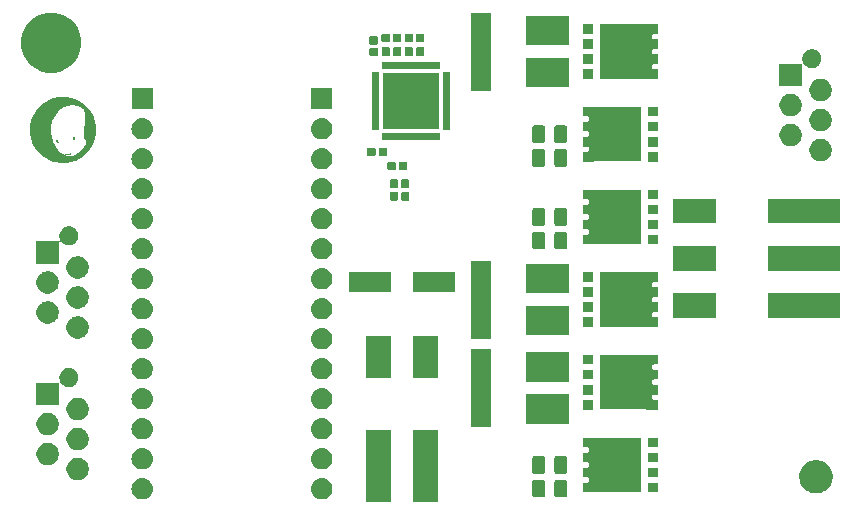
<source format=gbr>
G04 #@! TF.GenerationSoftware,KiCad,Pcbnew,5.1.2-f72e74a~84~ubuntu18.04.1*
G04 #@! TF.CreationDate,2019-08-02T14:19:08+02:00*
G04 #@! TF.ProjectId,board,626f6172-642e-46b6-9963-61645f706362,rev?*
G04 #@! TF.SameCoordinates,Original*
G04 #@! TF.FileFunction,Soldermask,Top*
G04 #@! TF.FilePolarity,Negative*
%FSLAX46Y46*%
G04 Gerber Fmt 4.6, Leading zero omitted, Abs format (unit mm)*
G04 Created by KiCad (PCBNEW 5.1.2-f72e74a~84~ubuntu18.04.1) date 2019-08-02 14:19:08*
%MOMM*%
%LPD*%
G04 APERTURE LIST*
%ADD10C,0.060000*%
%ADD11C,0.010000*%
%ADD12C,0.100000*%
G04 APERTURE END LIST*
D10*
G36*
X137874692Y-57631830D02*
G01*
X137878884Y-57637238D01*
X137879842Y-57645434D01*
X137875424Y-57650854D01*
X137863375Y-57658710D01*
X137845655Y-57668093D01*
X137824225Y-57678090D01*
X137801046Y-57687791D01*
X137778078Y-57696284D01*
X137757282Y-57702659D01*
X137755917Y-57703013D01*
X137712856Y-57710486D01*
X137664361Y-57712860D01*
X137613785Y-57710138D01*
X137567500Y-57702965D01*
X137540200Y-57697186D01*
X137521309Y-57692973D01*
X137509286Y-57689840D01*
X137502588Y-57687302D01*
X137499673Y-57684876D01*
X137498999Y-57682076D01*
X137498997Y-57681433D01*
X137500026Y-57673727D01*
X137503898Y-57669084D01*
X137512140Y-57667369D01*
X137526276Y-57668449D01*
X137547832Y-57672190D01*
X137564960Y-57675657D01*
X137623922Y-57685109D01*
X137677388Y-57687441D01*
X137727312Y-57682442D01*
X137775646Y-57669901D01*
X137824342Y-57649609D01*
X137829221Y-57647188D01*
X137851207Y-57636758D01*
X137865915Y-57631654D01*
X137874692Y-57631830D01*
X137874692Y-57631830D01*
G37*
X137874692Y-57631830D02*
X137878884Y-57637238D01*
X137879842Y-57645434D01*
X137875424Y-57650854D01*
X137863375Y-57658710D01*
X137845655Y-57668093D01*
X137824225Y-57678090D01*
X137801046Y-57687791D01*
X137778078Y-57696284D01*
X137757282Y-57702659D01*
X137755917Y-57703013D01*
X137712856Y-57710486D01*
X137664361Y-57712860D01*
X137613785Y-57710138D01*
X137567500Y-57702965D01*
X137540200Y-57697186D01*
X137521309Y-57692973D01*
X137509286Y-57689840D01*
X137502588Y-57687302D01*
X137499673Y-57684876D01*
X137498999Y-57682076D01*
X137498997Y-57681433D01*
X137500026Y-57673727D01*
X137503898Y-57669084D01*
X137512140Y-57667369D01*
X137526276Y-57668449D01*
X137547832Y-57672190D01*
X137564960Y-57675657D01*
X137623922Y-57685109D01*
X137677388Y-57687441D01*
X137727312Y-57682442D01*
X137775646Y-57669901D01*
X137824342Y-57649609D01*
X137829221Y-57647188D01*
X137851207Y-57636758D01*
X137865915Y-57631654D01*
X137874692Y-57631830D01*
D11*
G36*
X137361411Y-52847658D02*
G01*
X137410303Y-52849034D01*
X137451791Y-52851227D01*
X137454248Y-52851404D01*
X137620730Y-52868617D01*
X137784856Y-52895619D01*
X137946263Y-52932236D01*
X138104589Y-52978297D01*
X138259470Y-53033628D01*
X138410545Y-53098056D01*
X138557451Y-53171410D01*
X138699824Y-53253515D01*
X138837304Y-53344199D01*
X138969526Y-53443290D01*
X139096128Y-53550614D01*
X139216748Y-53665999D01*
X139261488Y-53712506D01*
X139372388Y-53837802D01*
X139474852Y-53968680D01*
X139568766Y-54104894D01*
X139654014Y-54246197D01*
X139730485Y-54392344D01*
X139798064Y-54543091D01*
X139856637Y-54698190D01*
X139906090Y-54857396D01*
X139946310Y-55020465D01*
X139977184Y-55187149D01*
X139991027Y-55287580D01*
X139993688Y-55315614D01*
X139996056Y-55352158D01*
X139998107Y-55395565D01*
X139999818Y-55444188D01*
X140001168Y-55496379D01*
X140002131Y-55550493D01*
X140002687Y-55604881D01*
X140002810Y-55657898D01*
X140002479Y-55707897D01*
X140001671Y-55753229D01*
X140000362Y-55792250D01*
X139998529Y-55823311D01*
X139998521Y-55823409D01*
X139980425Y-55987738D01*
X139952523Y-56149947D01*
X139915024Y-56309636D01*
X139868137Y-56466405D01*
X139812068Y-56619853D01*
X139747026Y-56769580D01*
X139673220Y-56915186D01*
X139590858Y-57056271D01*
X139500147Y-57192433D01*
X139401295Y-57323273D01*
X139294512Y-57448391D01*
X139180005Y-57567385D01*
X139057982Y-57679856D01*
X139013827Y-57717365D01*
X138882339Y-57820164D01*
X138745556Y-57914370D01*
X138603820Y-57999844D01*
X138457475Y-58076444D01*
X138306863Y-58144030D01*
X138152328Y-58202462D01*
X137994213Y-58251599D01*
X137832861Y-58291300D01*
X137668615Y-58321425D01*
X137501818Y-58341834D01*
X137486220Y-58343230D01*
X137454605Y-58345421D01*
X137415273Y-58347283D01*
X137370337Y-58348791D01*
X137321909Y-58349916D01*
X137272102Y-58350634D01*
X137223029Y-58350917D01*
X137176802Y-58350740D01*
X137135534Y-58350076D01*
X137101338Y-58348899D01*
X137088694Y-58348187D01*
X136919062Y-58332042D01*
X136752378Y-58306308D01*
X136588908Y-58271099D01*
X136428916Y-58226529D01*
X136272667Y-58172712D01*
X136120427Y-58109763D01*
X135972461Y-58037796D01*
X135829033Y-57956925D01*
X135690408Y-57867265D01*
X135556852Y-57768929D01*
X135428630Y-57662031D01*
X135367269Y-57606036D01*
X135248879Y-57487867D01*
X135138479Y-57363571D01*
X135036241Y-57233510D01*
X134942338Y-57098048D01*
X134856943Y-56957546D01*
X134780229Y-56812369D01*
X134712370Y-56662880D01*
X134653537Y-56509441D01*
X134603904Y-56352416D01*
X134563644Y-56192168D01*
X134532930Y-56029060D01*
X134511935Y-55863454D01*
X134506484Y-55799168D01*
X134504235Y-55758243D01*
X134502806Y-55709784D01*
X134502158Y-55655741D01*
X134502254Y-55598065D01*
X134502845Y-55554280D01*
X136185866Y-55554280D01*
X136186087Y-55614867D01*
X136186800Y-55667255D01*
X136188154Y-55713398D01*
X136190296Y-55755249D01*
X136193376Y-55794763D01*
X136197541Y-55833895D01*
X136202939Y-55874598D01*
X136209719Y-55918827D01*
X136216683Y-55960680D01*
X136241321Y-56085767D01*
X136273172Y-56215784D01*
X136311644Y-56349155D01*
X136356146Y-56484306D01*
X136406085Y-56619660D01*
X136460869Y-56753644D01*
X136519907Y-56884683D01*
X136582605Y-57011201D01*
X136648373Y-57131623D01*
X136672138Y-57172260D01*
X136697850Y-57214150D01*
X136722392Y-57251070D01*
X136747458Y-57285163D01*
X136774739Y-57318577D01*
X136805927Y-57353455D01*
X136842714Y-57391944D01*
X136856237Y-57405668D01*
X136924539Y-57472063D01*
X136990032Y-57530339D01*
X137054180Y-57581594D01*
X137118445Y-57626927D01*
X137184292Y-57667436D01*
X137253183Y-57704220D01*
X137255625Y-57705432D01*
X137322865Y-57736631D01*
X137390523Y-57763591D01*
X137459818Y-57786574D01*
X137531972Y-57805841D01*
X137608208Y-57821653D01*
X137689746Y-57834271D01*
X137777807Y-57843955D01*
X137873614Y-57850968D01*
X137954301Y-57854743D01*
X137968468Y-57854065D01*
X137989174Y-57851605D01*
X138013042Y-57847805D01*
X138026346Y-57845295D01*
X138132126Y-57818969D01*
X138236227Y-57782724D01*
X138338740Y-57736520D01*
X138439759Y-57680316D01*
X138518715Y-57628715D01*
X138554948Y-57602443D01*
X138595856Y-57571048D01*
X138640005Y-57535764D01*
X138685964Y-57497826D01*
X138732299Y-57458467D01*
X138777577Y-57418921D01*
X138820365Y-57380423D01*
X138859230Y-57344207D01*
X138892740Y-57311506D01*
X138919357Y-57283669D01*
X138969078Y-57226571D01*
X139018026Y-57165833D01*
X139065342Y-57102772D01*
X139110168Y-57038702D01*
X139151646Y-56974939D01*
X139188916Y-56912800D01*
X139221120Y-56853600D01*
X139247399Y-56798654D01*
X139265547Y-56753160D01*
X139277166Y-56716683D01*
X139283669Y-56686920D01*
X139285291Y-56661946D01*
X139282266Y-56639838D01*
X139280229Y-56632655D01*
X139271899Y-56599183D01*
X139265174Y-56555850D01*
X139260045Y-56502582D01*
X139258557Y-56480480D01*
X139256914Y-56457285D01*
X139255091Y-56437827D01*
X139253327Y-56424354D01*
X139252048Y-56419279D01*
X139245985Y-56415091D01*
X139233461Y-56408816D01*
X139221213Y-56403494D01*
X139185191Y-56385805D01*
X139155050Y-56364111D01*
X139130055Y-56337333D01*
X139109472Y-56304396D01*
X139092567Y-56264221D01*
X139078606Y-56215733D01*
X139071731Y-56184200D01*
X139063109Y-56129984D01*
X139056872Y-56067299D01*
X139053003Y-55997547D01*
X139051488Y-55922131D01*
X139052310Y-55842453D01*
X139055454Y-55759917D01*
X139060904Y-55675924D01*
X139068644Y-55591878D01*
X139078658Y-55509181D01*
X139079391Y-55503857D01*
X139087683Y-55452621D01*
X139098851Y-55398523D01*
X139113299Y-55339881D01*
X139131436Y-55275012D01*
X139147507Y-55221894D01*
X139158001Y-55186596D01*
X139164749Y-55160223D01*
X139167856Y-55142298D01*
X139167630Y-55132994D01*
X139166992Y-55125817D01*
X139166273Y-55109339D01*
X139165490Y-55084422D01*
X139164662Y-55051926D01*
X139163807Y-55012708D01*
X139162943Y-54967631D01*
X139162087Y-54917553D01*
X139161258Y-54863335D01*
X139160474Y-54805836D01*
X139160024Y-54769420D01*
X139159099Y-54694866D01*
X139158178Y-54629436D01*
X139157209Y-54572094D01*
X139156143Y-54521802D01*
X139154928Y-54477525D01*
X139153514Y-54438228D01*
X139151851Y-54402872D01*
X139149886Y-54370422D01*
X139147570Y-54339843D01*
X139144853Y-54310097D01*
X139141682Y-54280148D01*
X139138009Y-54248961D01*
X139133781Y-54215498D01*
X139132415Y-54204995D01*
X139123450Y-54142533D01*
X139112637Y-54077182D01*
X139100663Y-54012772D01*
X139088216Y-53953131D01*
X139083201Y-53931220D01*
X139077194Y-53905740D01*
X139071859Y-53883078D01*
X139067719Y-53865465D01*
X139065300Y-53855135D01*
X139065099Y-53854273D01*
X139059514Y-53844596D01*
X139046770Y-53830140D01*
X139028059Y-53811912D01*
X139004573Y-53790920D01*
X138977505Y-53768170D01*
X138948047Y-53744671D01*
X138917391Y-53721430D01*
X138886729Y-53699454D01*
X138862900Y-53683398D01*
X138769663Y-53628561D01*
X138670366Y-53581665D01*
X138564885Y-53542665D01*
X138453099Y-53511515D01*
X138334885Y-53488173D01*
X138324420Y-53486529D01*
X138279797Y-53480994D01*
X138227546Y-53476733D01*
X138170123Y-53473789D01*
X138109984Y-53472208D01*
X138049587Y-53472036D01*
X137991389Y-53473316D01*
X137937846Y-53476094D01*
X137905320Y-53478864D01*
X137768305Y-53496876D01*
X137636889Y-53522248D01*
X137511374Y-53554863D01*
X137392065Y-53594607D01*
X137279262Y-53641362D01*
X137173270Y-53695014D01*
X137074391Y-53755447D01*
X136982928Y-53822544D01*
X136962307Y-53839465D01*
X136929118Y-53868484D01*
X136896726Y-53899428D01*
X136863635Y-53933870D01*
X136828349Y-53973378D01*
X136789372Y-54019524D01*
X136780517Y-54030280D01*
X136676906Y-54162732D01*
X136583379Y-54295187D01*
X136499858Y-54427797D01*
X136426268Y-54560716D01*
X136362533Y-54694098D01*
X136308577Y-54828098D01*
X136264324Y-54962867D01*
X136229697Y-55098561D01*
X136214339Y-55175820D01*
X136206862Y-55218964D01*
X136200787Y-55257561D01*
X136195975Y-55293452D01*
X136192287Y-55328477D01*
X136189585Y-55364477D01*
X136187730Y-55403291D01*
X136186585Y-55446762D01*
X136186009Y-55496729D01*
X136185866Y-55554280D01*
X134502845Y-55554280D01*
X134503056Y-55538704D01*
X134504526Y-55479611D01*
X134506624Y-55422735D01*
X134509314Y-55370027D01*
X134512556Y-55323437D01*
X134516314Y-55284915D01*
X134516582Y-55282680D01*
X134542056Y-55113148D01*
X134576728Y-54947926D01*
X134620629Y-54786938D01*
X134673792Y-54630112D01*
X134736249Y-54477374D01*
X134808030Y-54328650D01*
X134889169Y-54183866D01*
X134979697Y-54042948D01*
X135079646Y-53905822D01*
X135147157Y-53821718D01*
X135172254Y-53792734D01*
X135203460Y-53758564D01*
X135239254Y-53720728D01*
X135278116Y-53680747D01*
X135318523Y-53640143D01*
X135358955Y-53600438D01*
X135397890Y-53563151D01*
X135433808Y-53529805D01*
X135465186Y-53501920D01*
X135476798Y-53492077D01*
X135593126Y-53399763D01*
X135710135Y-53316075D01*
X135829986Y-53239586D01*
X135954836Y-53168870D01*
X136007940Y-53141230D01*
X136153201Y-53072517D01*
X136300453Y-53013076D01*
X136450545Y-52962650D01*
X136604324Y-52920984D01*
X136762640Y-52887823D01*
X136926342Y-52862911D01*
X136937760Y-52861502D01*
X136975674Y-52857711D01*
X137021787Y-52854433D01*
X137074148Y-52851705D01*
X137130806Y-52849566D01*
X137189812Y-52848054D01*
X137249215Y-52847206D01*
X137307065Y-52847062D01*
X137361411Y-52847658D01*
X137361411Y-52847658D01*
G37*
X137361411Y-52847658D02*
X137410303Y-52849034D01*
X137451791Y-52851227D01*
X137454248Y-52851404D01*
X137620730Y-52868617D01*
X137784856Y-52895619D01*
X137946263Y-52932236D01*
X138104589Y-52978297D01*
X138259470Y-53033628D01*
X138410545Y-53098056D01*
X138557451Y-53171410D01*
X138699824Y-53253515D01*
X138837304Y-53344199D01*
X138969526Y-53443290D01*
X139096128Y-53550614D01*
X139216748Y-53665999D01*
X139261488Y-53712506D01*
X139372388Y-53837802D01*
X139474852Y-53968680D01*
X139568766Y-54104894D01*
X139654014Y-54246197D01*
X139730485Y-54392344D01*
X139798064Y-54543091D01*
X139856637Y-54698190D01*
X139906090Y-54857396D01*
X139946310Y-55020465D01*
X139977184Y-55187149D01*
X139991027Y-55287580D01*
X139993688Y-55315614D01*
X139996056Y-55352158D01*
X139998107Y-55395565D01*
X139999818Y-55444188D01*
X140001168Y-55496379D01*
X140002131Y-55550493D01*
X140002687Y-55604881D01*
X140002810Y-55657898D01*
X140002479Y-55707897D01*
X140001671Y-55753229D01*
X140000362Y-55792250D01*
X139998529Y-55823311D01*
X139998521Y-55823409D01*
X139980425Y-55987738D01*
X139952523Y-56149947D01*
X139915024Y-56309636D01*
X139868137Y-56466405D01*
X139812068Y-56619853D01*
X139747026Y-56769580D01*
X139673220Y-56915186D01*
X139590858Y-57056271D01*
X139500147Y-57192433D01*
X139401295Y-57323273D01*
X139294512Y-57448391D01*
X139180005Y-57567385D01*
X139057982Y-57679856D01*
X139013827Y-57717365D01*
X138882339Y-57820164D01*
X138745556Y-57914370D01*
X138603820Y-57999844D01*
X138457475Y-58076444D01*
X138306863Y-58144030D01*
X138152328Y-58202462D01*
X137994213Y-58251599D01*
X137832861Y-58291300D01*
X137668615Y-58321425D01*
X137501818Y-58341834D01*
X137486220Y-58343230D01*
X137454605Y-58345421D01*
X137415273Y-58347283D01*
X137370337Y-58348791D01*
X137321909Y-58349916D01*
X137272102Y-58350634D01*
X137223029Y-58350917D01*
X137176802Y-58350740D01*
X137135534Y-58350076D01*
X137101338Y-58348899D01*
X137088694Y-58348187D01*
X136919062Y-58332042D01*
X136752378Y-58306308D01*
X136588908Y-58271099D01*
X136428916Y-58226529D01*
X136272667Y-58172712D01*
X136120427Y-58109763D01*
X135972461Y-58037796D01*
X135829033Y-57956925D01*
X135690408Y-57867265D01*
X135556852Y-57768929D01*
X135428630Y-57662031D01*
X135367269Y-57606036D01*
X135248879Y-57487867D01*
X135138479Y-57363571D01*
X135036241Y-57233510D01*
X134942338Y-57098048D01*
X134856943Y-56957546D01*
X134780229Y-56812369D01*
X134712370Y-56662880D01*
X134653537Y-56509441D01*
X134603904Y-56352416D01*
X134563644Y-56192168D01*
X134532930Y-56029060D01*
X134511935Y-55863454D01*
X134506484Y-55799168D01*
X134504235Y-55758243D01*
X134502806Y-55709784D01*
X134502158Y-55655741D01*
X134502254Y-55598065D01*
X134502845Y-55554280D01*
X136185866Y-55554280D01*
X136186087Y-55614867D01*
X136186800Y-55667255D01*
X136188154Y-55713398D01*
X136190296Y-55755249D01*
X136193376Y-55794763D01*
X136197541Y-55833895D01*
X136202939Y-55874598D01*
X136209719Y-55918827D01*
X136216683Y-55960680D01*
X136241321Y-56085767D01*
X136273172Y-56215784D01*
X136311644Y-56349155D01*
X136356146Y-56484306D01*
X136406085Y-56619660D01*
X136460869Y-56753644D01*
X136519907Y-56884683D01*
X136582605Y-57011201D01*
X136648373Y-57131623D01*
X136672138Y-57172260D01*
X136697850Y-57214150D01*
X136722392Y-57251070D01*
X136747458Y-57285163D01*
X136774739Y-57318577D01*
X136805927Y-57353455D01*
X136842714Y-57391944D01*
X136856237Y-57405668D01*
X136924539Y-57472063D01*
X136990032Y-57530339D01*
X137054180Y-57581594D01*
X137118445Y-57626927D01*
X137184292Y-57667436D01*
X137253183Y-57704220D01*
X137255625Y-57705432D01*
X137322865Y-57736631D01*
X137390523Y-57763591D01*
X137459818Y-57786574D01*
X137531972Y-57805841D01*
X137608208Y-57821653D01*
X137689746Y-57834271D01*
X137777807Y-57843955D01*
X137873614Y-57850968D01*
X137954301Y-57854743D01*
X137968468Y-57854065D01*
X137989174Y-57851605D01*
X138013042Y-57847805D01*
X138026346Y-57845295D01*
X138132126Y-57818969D01*
X138236227Y-57782724D01*
X138338740Y-57736520D01*
X138439759Y-57680316D01*
X138518715Y-57628715D01*
X138554948Y-57602443D01*
X138595856Y-57571048D01*
X138640005Y-57535764D01*
X138685964Y-57497826D01*
X138732299Y-57458467D01*
X138777577Y-57418921D01*
X138820365Y-57380423D01*
X138859230Y-57344207D01*
X138892740Y-57311506D01*
X138919357Y-57283669D01*
X138969078Y-57226571D01*
X139018026Y-57165833D01*
X139065342Y-57102772D01*
X139110168Y-57038702D01*
X139151646Y-56974939D01*
X139188916Y-56912800D01*
X139221120Y-56853600D01*
X139247399Y-56798654D01*
X139265547Y-56753160D01*
X139277166Y-56716683D01*
X139283669Y-56686920D01*
X139285291Y-56661946D01*
X139282266Y-56639838D01*
X139280229Y-56632655D01*
X139271899Y-56599183D01*
X139265174Y-56555850D01*
X139260045Y-56502582D01*
X139258557Y-56480480D01*
X139256914Y-56457285D01*
X139255091Y-56437827D01*
X139253327Y-56424354D01*
X139252048Y-56419279D01*
X139245985Y-56415091D01*
X139233461Y-56408816D01*
X139221213Y-56403494D01*
X139185191Y-56385805D01*
X139155050Y-56364111D01*
X139130055Y-56337333D01*
X139109472Y-56304396D01*
X139092567Y-56264221D01*
X139078606Y-56215733D01*
X139071731Y-56184200D01*
X139063109Y-56129984D01*
X139056872Y-56067299D01*
X139053003Y-55997547D01*
X139051488Y-55922131D01*
X139052310Y-55842453D01*
X139055454Y-55759917D01*
X139060904Y-55675924D01*
X139068644Y-55591878D01*
X139078658Y-55509181D01*
X139079391Y-55503857D01*
X139087683Y-55452621D01*
X139098851Y-55398523D01*
X139113299Y-55339881D01*
X139131436Y-55275012D01*
X139147507Y-55221894D01*
X139158001Y-55186596D01*
X139164749Y-55160223D01*
X139167856Y-55142298D01*
X139167630Y-55132994D01*
X139166992Y-55125817D01*
X139166273Y-55109339D01*
X139165490Y-55084422D01*
X139164662Y-55051926D01*
X139163807Y-55012708D01*
X139162943Y-54967631D01*
X139162087Y-54917553D01*
X139161258Y-54863335D01*
X139160474Y-54805836D01*
X139160024Y-54769420D01*
X139159099Y-54694866D01*
X139158178Y-54629436D01*
X139157209Y-54572094D01*
X139156143Y-54521802D01*
X139154928Y-54477525D01*
X139153514Y-54438228D01*
X139151851Y-54402872D01*
X139149886Y-54370422D01*
X139147570Y-54339843D01*
X139144853Y-54310097D01*
X139141682Y-54280148D01*
X139138009Y-54248961D01*
X139133781Y-54215498D01*
X139132415Y-54204995D01*
X139123450Y-54142533D01*
X139112637Y-54077182D01*
X139100663Y-54012772D01*
X139088216Y-53953131D01*
X139083201Y-53931220D01*
X139077194Y-53905740D01*
X139071859Y-53883078D01*
X139067719Y-53865465D01*
X139065300Y-53855135D01*
X139065099Y-53854273D01*
X139059514Y-53844596D01*
X139046770Y-53830140D01*
X139028059Y-53811912D01*
X139004573Y-53790920D01*
X138977505Y-53768170D01*
X138948047Y-53744671D01*
X138917391Y-53721430D01*
X138886729Y-53699454D01*
X138862900Y-53683398D01*
X138769663Y-53628561D01*
X138670366Y-53581665D01*
X138564885Y-53542665D01*
X138453099Y-53511515D01*
X138334885Y-53488173D01*
X138324420Y-53486529D01*
X138279797Y-53480994D01*
X138227546Y-53476733D01*
X138170123Y-53473789D01*
X138109984Y-53472208D01*
X138049587Y-53472036D01*
X137991389Y-53473316D01*
X137937846Y-53476094D01*
X137905320Y-53478864D01*
X137768305Y-53496876D01*
X137636889Y-53522248D01*
X137511374Y-53554863D01*
X137392065Y-53594607D01*
X137279262Y-53641362D01*
X137173270Y-53695014D01*
X137074391Y-53755447D01*
X136982928Y-53822544D01*
X136962307Y-53839465D01*
X136929118Y-53868484D01*
X136896726Y-53899428D01*
X136863635Y-53933870D01*
X136828349Y-53973378D01*
X136789372Y-54019524D01*
X136780517Y-54030280D01*
X136676906Y-54162732D01*
X136583379Y-54295187D01*
X136499858Y-54427797D01*
X136426268Y-54560716D01*
X136362533Y-54694098D01*
X136308577Y-54828098D01*
X136264324Y-54962867D01*
X136229697Y-55098561D01*
X136214339Y-55175820D01*
X136206862Y-55218964D01*
X136200787Y-55257561D01*
X136195975Y-55293452D01*
X136192287Y-55328477D01*
X136189585Y-55364477D01*
X136187730Y-55403291D01*
X136186585Y-55446762D01*
X136186009Y-55496729D01*
X136185866Y-55554280D01*
X134502845Y-55554280D01*
X134503056Y-55538704D01*
X134504526Y-55479611D01*
X134506624Y-55422735D01*
X134509314Y-55370027D01*
X134512556Y-55323437D01*
X134516314Y-55284915D01*
X134516582Y-55282680D01*
X134542056Y-55113148D01*
X134576728Y-54947926D01*
X134620629Y-54786938D01*
X134673792Y-54630112D01*
X134736249Y-54477374D01*
X134808030Y-54328650D01*
X134889169Y-54183866D01*
X134979697Y-54042948D01*
X135079646Y-53905822D01*
X135147157Y-53821718D01*
X135172254Y-53792734D01*
X135203460Y-53758564D01*
X135239254Y-53720728D01*
X135278116Y-53680747D01*
X135318523Y-53640143D01*
X135358955Y-53600438D01*
X135397890Y-53563151D01*
X135433808Y-53529805D01*
X135465186Y-53501920D01*
X135476798Y-53492077D01*
X135593126Y-53399763D01*
X135710135Y-53316075D01*
X135829986Y-53239586D01*
X135954836Y-53168870D01*
X136007940Y-53141230D01*
X136153201Y-53072517D01*
X136300453Y-53013076D01*
X136450545Y-52962650D01*
X136604324Y-52920984D01*
X136762640Y-52887823D01*
X136926342Y-52862911D01*
X136937760Y-52861502D01*
X136975674Y-52857711D01*
X137021787Y-52854433D01*
X137074148Y-52851705D01*
X137130806Y-52849566D01*
X137189812Y-52848054D01*
X137249215Y-52847206D01*
X137307065Y-52847062D01*
X137361411Y-52847658D01*
G36*
X136774466Y-56529926D02*
G01*
X136789554Y-56541333D01*
X136791789Y-56543610D01*
X136807997Y-56564076D01*
X136821303Y-56587188D01*
X136831395Y-56611348D01*
X136837961Y-56634960D01*
X136840691Y-56656426D01*
X136839274Y-56674150D01*
X136833397Y-56686535D01*
X136822750Y-56691983D01*
X136820740Y-56692103D01*
X136813319Y-56689690D01*
X136801818Y-56683702D01*
X136800097Y-56682671D01*
X136783099Y-56667908D01*
X136767367Y-56646401D01*
X136753917Y-56620683D01*
X136743764Y-56593289D01*
X136737921Y-56566754D01*
X136737405Y-56543613D01*
X136740003Y-56532595D01*
X136747422Y-56525074D01*
X136759666Y-56524345D01*
X136774466Y-56529926D01*
X136774466Y-56529926D01*
G37*
X136774466Y-56529926D02*
X136789554Y-56541333D01*
X136791789Y-56543610D01*
X136807997Y-56564076D01*
X136821303Y-56587188D01*
X136831395Y-56611348D01*
X136837961Y-56634960D01*
X136840691Y-56656426D01*
X136839274Y-56674150D01*
X136833397Y-56686535D01*
X136822750Y-56691983D01*
X136820740Y-56692103D01*
X136813319Y-56689690D01*
X136801818Y-56683702D01*
X136800097Y-56682671D01*
X136783099Y-56667908D01*
X136767367Y-56646401D01*
X136753917Y-56620683D01*
X136743764Y-56593289D01*
X136737921Y-56566754D01*
X136737405Y-56543613D01*
X136740003Y-56532595D01*
X136747422Y-56525074D01*
X136759666Y-56524345D01*
X136774466Y-56529926D01*
G36*
X138213667Y-56251102D02*
G01*
X138226744Y-56254493D01*
X138238048Y-56261622D01*
X138240392Y-56263545D01*
X138259692Y-56285382D01*
X138269619Y-56309859D01*
X138269926Y-56335768D01*
X138260441Y-56361765D01*
X138246012Y-56380859D01*
X138227537Y-56392325D01*
X138203024Y-56397210D01*
X138192228Y-56397560D01*
X138174829Y-56396947D01*
X138163155Y-56393934D01*
X138152794Y-56386758D01*
X138143903Y-56378259D01*
X138127278Y-56355369D01*
X138119936Y-56330434D01*
X138121832Y-56305206D01*
X138132919Y-56281436D01*
X138146859Y-56265951D01*
X138158713Y-56256754D01*
X138170030Y-56252033D01*
X138185130Y-56250369D01*
X138194667Y-56250240D01*
X138213667Y-56251102D01*
X138213667Y-56251102D01*
G37*
X138213667Y-56251102D02*
X138226744Y-56254493D01*
X138238048Y-56261622D01*
X138240392Y-56263545D01*
X138259692Y-56285382D01*
X138269619Y-56309859D01*
X138269926Y-56335768D01*
X138260441Y-56361765D01*
X138246012Y-56380859D01*
X138227537Y-56392325D01*
X138203024Y-56397210D01*
X138192228Y-56397560D01*
X138174829Y-56396947D01*
X138163155Y-56393934D01*
X138152794Y-56386758D01*
X138143903Y-56378259D01*
X138127278Y-56355369D01*
X138119936Y-56330434D01*
X138121832Y-56305206D01*
X138132919Y-56281436D01*
X138146859Y-56265951D01*
X138158713Y-56256754D01*
X138170030Y-56252033D01*
X138185130Y-56250369D01*
X138194667Y-56250240D01*
X138213667Y-56251102D01*
D12*
G36*
X169051000Y-87151000D02*
G01*
X166949000Y-87151000D01*
X166949000Y-81049000D01*
X169051000Y-81049000D01*
X169051000Y-87151000D01*
X169051000Y-87151000D01*
G37*
G36*
X165051000Y-87151000D02*
G01*
X162949000Y-87151000D01*
X162949000Y-81049000D01*
X165051000Y-81049000D01*
X165051000Y-87151000D01*
X165051000Y-87151000D01*
G37*
G36*
X159310443Y-85125519D02*
G01*
X159376627Y-85132037D01*
X159546466Y-85183557D01*
X159702991Y-85267222D01*
X159736079Y-85294377D01*
X159840186Y-85379814D01*
X159900614Y-85453447D01*
X159952778Y-85517009D01*
X160036443Y-85673534D01*
X160087963Y-85843373D01*
X160105359Y-86020000D01*
X160087963Y-86196627D01*
X160036443Y-86366466D01*
X159952778Y-86522991D01*
X159940368Y-86538112D01*
X159840186Y-86660186D01*
X159749384Y-86734704D01*
X159702991Y-86772778D01*
X159546466Y-86856443D01*
X159376627Y-86907963D01*
X159310443Y-86914481D01*
X159244260Y-86921000D01*
X159155740Y-86921000D01*
X159089557Y-86914481D01*
X159023373Y-86907963D01*
X158853534Y-86856443D01*
X158697009Y-86772778D01*
X158650616Y-86734704D01*
X158559814Y-86660186D01*
X158459632Y-86538112D01*
X158447222Y-86522991D01*
X158363557Y-86366466D01*
X158312037Y-86196627D01*
X158294641Y-86020000D01*
X158312037Y-85843373D01*
X158363557Y-85673534D01*
X158447222Y-85517009D01*
X158499386Y-85453447D01*
X158559814Y-85379814D01*
X158663921Y-85294377D01*
X158697009Y-85267222D01*
X158853534Y-85183557D01*
X159023373Y-85132037D01*
X159089557Y-85125519D01*
X159155740Y-85119000D01*
X159244260Y-85119000D01*
X159310443Y-85125519D01*
X159310443Y-85125519D01*
G37*
G36*
X144110443Y-85125519D02*
G01*
X144176627Y-85132037D01*
X144346466Y-85183557D01*
X144502991Y-85267222D01*
X144536079Y-85294377D01*
X144640186Y-85379814D01*
X144700614Y-85453447D01*
X144752778Y-85517009D01*
X144836443Y-85673534D01*
X144887963Y-85843373D01*
X144905359Y-86020000D01*
X144887963Y-86196627D01*
X144836443Y-86366466D01*
X144752778Y-86522991D01*
X144740368Y-86538112D01*
X144640186Y-86660186D01*
X144549384Y-86734704D01*
X144502991Y-86772778D01*
X144346466Y-86856443D01*
X144176627Y-86907963D01*
X144110443Y-86914481D01*
X144044260Y-86921000D01*
X143955740Y-86921000D01*
X143889557Y-86914481D01*
X143823373Y-86907963D01*
X143653534Y-86856443D01*
X143497009Y-86772778D01*
X143450616Y-86734704D01*
X143359814Y-86660186D01*
X143259632Y-86538112D01*
X143247222Y-86522991D01*
X143163557Y-86366466D01*
X143112037Y-86196627D01*
X143094641Y-86020000D01*
X143112037Y-85843373D01*
X143163557Y-85673534D01*
X143247222Y-85517009D01*
X143299386Y-85453447D01*
X143359814Y-85379814D01*
X143463921Y-85294377D01*
X143497009Y-85267222D01*
X143653534Y-85183557D01*
X143823373Y-85132037D01*
X143889557Y-85125519D01*
X143955740Y-85119000D01*
X144044260Y-85119000D01*
X144110443Y-85125519D01*
X144110443Y-85125519D01*
G37*
G36*
X179809468Y-85253565D02*
G01*
X179848138Y-85265296D01*
X179883777Y-85284346D01*
X179915017Y-85309983D01*
X179940654Y-85341223D01*
X179959704Y-85376862D01*
X179971435Y-85415532D01*
X179976000Y-85461888D01*
X179976000Y-86538112D01*
X179971435Y-86584468D01*
X179959704Y-86623138D01*
X179940654Y-86658777D01*
X179915017Y-86690017D01*
X179883777Y-86715654D01*
X179848138Y-86734704D01*
X179809468Y-86746435D01*
X179763112Y-86751000D01*
X179111888Y-86751000D01*
X179065532Y-86746435D01*
X179026862Y-86734704D01*
X178991223Y-86715654D01*
X178959983Y-86690017D01*
X178934346Y-86658777D01*
X178915296Y-86623138D01*
X178903565Y-86584468D01*
X178899000Y-86538112D01*
X178899000Y-85461888D01*
X178903565Y-85415532D01*
X178915296Y-85376862D01*
X178934346Y-85341223D01*
X178959983Y-85309983D01*
X178991223Y-85284346D01*
X179026862Y-85265296D01*
X179065532Y-85253565D01*
X179111888Y-85249000D01*
X179763112Y-85249000D01*
X179809468Y-85253565D01*
X179809468Y-85253565D01*
G37*
G36*
X177934468Y-85253565D02*
G01*
X177973138Y-85265296D01*
X178008777Y-85284346D01*
X178040017Y-85309983D01*
X178065654Y-85341223D01*
X178084704Y-85376862D01*
X178096435Y-85415532D01*
X178101000Y-85461888D01*
X178101000Y-86538112D01*
X178096435Y-86584468D01*
X178084704Y-86623138D01*
X178065654Y-86658777D01*
X178040017Y-86690017D01*
X178008777Y-86715654D01*
X177973138Y-86734704D01*
X177934468Y-86746435D01*
X177888112Y-86751000D01*
X177236888Y-86751000D01*
X177190532Y-86746435D01*
X177151862Y-86734704D01*
X177116223Y-86715654D01*
X177084983Y-86690017D01*
X177059346Y-86658777D01*
X177040296Y-86623138D01*
X177028565Y-86584468D01*
X177024000Y-86538112D01*
X177024000Y-85461888D01*
X177028565Y-85415532D01*
X177040296Y-85376862D01*
X177059346Y-85341223D01*
X177084983Y-85309983D01*
X177116223Y-85284346D01*
X177151862Y-85265296D01*
X177190532Y-85253565D01*
X177236888Y-85249000D01*
X177888112Y-85249000D01*
X177934468Y-85253565D01*
X177934468Y-85253565D01*
G37*
G36*
X201368433Y-83634893D02*
G01*
X201458657Y-83652839D01*
X201539257Y-83686225D01*
X201713621Y-83758449D01*
X201731679Y-83770515D01*
X201943086Y-83911772D01*
X202138228Y-84106914D01*
X202238066Y-84256333D01*
X202291551Y-84336379D01*
X202335990Y-84443665D01*
X202394446Y-84584788D01*
X202397161Y-84591344D01*
X202451000Y-84862012D01*
X202451000Y-85137988D01*
X202440104Y-85192765D01*
X202397161Y-85408657D01*
X202370762Y-85472389D01*
X202291551Y-85663621D01*
X202284927Y-85673534D01*
X202138228Y-85893086D01*
X201943086Y-86088228D01*
X201789763Y-86190675D01*
X201713621Y-86241551D01*
X201570098Y-86301000D01*
X201458657Y-86347161D01*
X201368433Y-86365107D01*
X201187988Y-86401000D01*
X200912012Y-86401000D01*
X200731567Y-86365107D01*
X200641343Y-86347161D01*
X200529902Y-86301000D01*
X200386379Y-86241551D01*
X200310237Y-86190675D01*
X200156914Y-86088228D01*
X199961772Y-85893086D01*
X199815073Y-85673534D01*
X199808449Y-85663621D01*
X199729238Y-85472389D01*
X199702839Y-85408657D01*
X199659896Y-85192765D01*
X199649000Y-85137988D01*
X199649000Y-84862012D01*
X199702839Y-84591344D01*
X199705555Y-84584788D01*
X199764010Y-84443665D01*
X199808449Y-84336379D01*
X199861934Y-84256333D01*
X199961772Y-84106914D01*
X200156914Y-83911772D01*
X200368321Y-83770515D01*
X200386379Y-83758449D01*
X200560743Y-83686225D01*
X200641343Y-83652839D01*
X200731567Y-83634893D01*
X200912012Y-83599000D01*
X201187988Y-83599000D01*
X201368433Y-83634893D01*
X201368433Y-83634893D01*
G37*
G36*
X182278164Y-81689485D02*
G01*
X182301613Y-81696598D01*
X182325999Y-81699000D01*
X186196000Y-81699000D01*
X186196000Y-86301000D01*
X182325999Y-86301000D01*
X182301613Y-86303402D01*
X182278164Y-86310515D01*
X182277257Y-86311000D01*
X181299000Y-86311000D01*
X181299000Y-85509000D01*
X181679001Y-85509000D01*
X181703387Y-85506598D01*
X181726836Y-85499485D01*
X181748447Y-85487934D01*
X181767389Y-85472389D01*
X181782934Y-85453447D01*
X181794485Y-85431836D01*
X181801598Y-85408387D01*
X181804000Y-85384001D01*
X181804000Y-85165999D01*
X181801598Y-85141613D01*
X181794485Y-85118164D01*
X181782934Y-85096553D01*
X181767389Y-85077611D01*
X181748447Y-85062066D01*
X181726836Y-85050515D01*
X181703387Y-85043402D01*
X181679001Y-85041000D01*
X181299000Y-85041000D01*
X181299000Y-84239000D01*
X181679001Y-84239000D01*
X181703387Y-84236598D01*
X181726836Y-84229485D01*
X181748447Y-84217934D01*
X181767389Y-84202389D01*
X181782934Y-84183447D01*
X181794485Y-84161836D01*
X181801598Y-84138387D01*
X181804000Y-84114001D01*
X181804000Y-83885999D01*
X181801598Y-83861613D01*
X181794485Y-83838164D01*
X181782934Y-83816553D01*
X181767389Y-83797611D01*
X181748447Y-83782066D01*
X181726836Y-83770515D01*
X181703387Y-83763402D01*
X181679001Y-83761000D01*
X181299000Y-83761000D01*
X181299000Y-82959000D01*
X181679001Y-82959000D01*
X181703387Y-82956598D01*
X181726836Y-82949485D01*
X181748447Y-82937934D01*
X181767389Y-82922389D01*
X181782934Y-82903447D01*
X181794485Y-82881836D01*
X181801598Y-82858387D01*
X181804000Y-82834001D01*
X181804000Y-82615999D01*
X181801598Y-82591613D01*
X181794485Y-82568164D01*
X181782934Y-82546553D01*
X181767389Y-82527611D01*
X181748447Y-82512066D01*
X181726836Y-82500515D01*
X181703387Y-82493402D01*
X181679001Y-82491000D01*
X181299000Y-82491000D01*
X181299000Y-81689000D01*
X182277257Y-81689000D01*
X182278164Y-81689485D01*
X182278164Y-81689485D01*
G37*
G36*
X187701000Y-86311000D02*
G01*
X186799000Y-86311000D01*
X186799000Y-85509000D01*
X187701000Y-85509000D01*
X187701000Y-86311000D01*
X187701000Y-86311000D01*
G37*
G36*
X138817395Y-83435546D02*
G01*
X138990466Y-83507234D01*
X139067818Y-83558919D01*
X139146227Y-83611310D01*
X139278690Y-83743773D01*
X139296558Y-83770515D01*
X139382766Y-83899534D01*
X139454454Y-84072605D01*
X139491000Y-84256333D01*
X139491000Y-84443667D01*
X139454454Y-84627395D01*
X139382766Y-84800466D01*
X139382765Y-84800467D01*
X139278690Y-84956227D01*
X139146227Y-85088690D01*
X139081353Y-85132037D01*
X138990466Y-85192766D01*
X138817395Y-85264454D01*
X138633667Y-85301000D01*
X138446333Y-85301000D01*
X138262605Y-85264454D01*
X138089534Y-85192766D01*
X137998647Y-85132037D01*
X137933773Y-85088690D01*
X137801310Y-84956227D01*
X137697235Y-84800467D01*
X137697234Y-84800466D01*
X137625546Y-84627395D01*
X137589000Y-84443667D01*
X137589000Y-84256333D01*
X137625546Y-84072605D01*
X137697234Y-83899534D01*
X137783442Y-83770515D01*
X137801310Y-83743773D01*
X137933773Y-83611310D01*
X138012182Y-83558919D01*
X138089534Y-83507234D01*
X138262605Y-83435546D01*
X138446333Y-83399000D01*
X138633667Y-83399000D01*
X138817395Y-83435546D01*
X138817395Y-83435546D01*
G37*
G36*
X187701000Y-85041000D02*
G01*
X186799000Y-85041000D01*
X186799000Y-84239000D01*
X187701000Y-84239000D01*
X187701000Y-85041000D01*
X187701000Y-85041000D01*
G37*
G36*
X177934468Y-83253565D02*
G01*
X177973138Y-83265296D01*
X178008777Y-83284346D01*
X178040017Y-83309983D01*
X178065654Y-83341223D01*
X178084704Y-83376862D01*
X178096435Y-83415532D01*
X178101000Y-83461888D01*
X178101000Y-84538112D01*
X178096435Y-84584468D01*
X178084704Y-84623138D01*
X178065654Y-84658777D01*
X178040017Y-84690017D01*
X178008777Y-84715654D01*
X177973138Y-84734704D01*
X177934468Y-84746435D01*
X177888112Y-84751000D01*
X177236888Y-84751000D01*
X177190532Y-84746435D01*
X177151862Y-84734704D01*
X177116223Y-84715654D01*
X177084983Y-84690017D01*
X177059346Y-84658777D01*
X177040296Y-84623138D01*
X177028565Y-84584468D01*
X177024000Y-84538112D01*
X177024000Y-83461888D01*
X177028565Y-83415532D01*
X177040296Y-83376862D01*
X177059346Y-83341223D01*
X177084983Y-83309983D01*
X177116223Y-83284346D01*
X177151862Y-83265296D01*
X177190532Y-83253565D01*
X177236888Y-83249000D01*
X177888112Y-83249000D01*
X177934468Y-83253565D01*
X177934468Y-83253565D01*
G37*
G36*
X179809468Y-83253565D02*
G01*
X179848138Y-83265296D01*
X179883777Y-83284346D01*
X179915017Y-83309983D01*
X179940654Y-83341223D01*
X179959704Y-83376862D01*
X179971435Y-83415532D01*
X179976000Y-83461888D01*
X179976000Y-84538112D01*
X179971435Y-84584468D01*
X179959704Y-84623138D01*
X179940654Y-84658777D01*
X179915017Y-84690017D01*
X179883777Y-84715654D01*
X179848138Y-84734704D01*
X179809468Y-84746435D01*
X179763112Y-84751000D01*
X179111888Y-84751000D01*
X179065532Y-84746435D01*
X179026862Y-84734704D01*
X178991223Y-84715654D01*
X178959983Y-84690017D01*
X178934346Y-84658777D01*
X178915296Y-84623138D01*
X178903565Y-84584468D01*
X178899000Y-84538112D01*
X178899000Y-83461888D01*
X178903565Y-83415532D01*
X178915296Y-83376862D01*
X178934346Y-83341223D01*
X178959983Y-83309983D01*
X178991223Y-83284346D01*
X179026862Y-83265296D01*
X179065532Y-83253565D01*
X179111888Y-83249000D01*
X179763112Y-83249000D01*
X179809468Y-83253565D01*
X179809468Y-83253565D01*
G37*
G36*
X159310442Y-82585518D02*
G01*
X159376627Y-82592037D01*
X159546466Y-82643557D01*
X159702991Y-82727222D01*
X159738729Y-82756552D01*
X159840186Y-82839814D01*
X159920710Y-82937934D01*
X159952778Y-82977009D01*
X160036443Y-83133534D01*
X160087963Y-83303373D01*
X160105359Y-83480000D01*
X160087963Y-83656627D01*
X160036443Y-83826466D01*
X159952778Y-83982991D01*
X159943371Y-83994453D01*
X159840186Y-84120186D01*
X159763101Y-84183447D01*
X159702991Y-84232778D01*
X159546466Y-84316443D01*
X159376627Y-84367963D01*
X159310443Y-84374481D01*
X159244260Y-84381000D01*
X159155740Y-84381000D01*
X159089557Y-84374481D01*
X159023373Y-84367963D01*
X158853534Y-84316443D01*
X158697009Y-84232778D01*
X158636899Y-84183447D01*
X158559814Y-84120186D01*
X158456629Y-83994453D01*
X158447222Y-83982991D01*
X158363557Y-83826466D01*
X158312037Y-83656627D01*
X158294641Y-83480000D01*
X158312037Y-83303373D01*
X158363557Y-83133534D01*
X158447222Y-82977009D01*
X158479290Y-82937934D01*
X158559814Y-82839814D01*
X158661271Y-82756552D01*
X158697009Y-82727222D01*
X158853534Y-82643557D01*
X159023373Y-82592037D01*
X159089558Y-82585518D01*
X159155740Y-82579000D01*
X159244260Y-82579000D01*
X159310442Y-82585518D01*
X159310442Y-82585518D01*
G37*
G36*
X144110442Y-82585518D02*
G01*
X144176627Y-82592037D01*
X144346466Y-82643557D01*
X144502991Y-82727222D01*
X144538729Y-82756552D01*
X144640186Y-82839814D01*
X144720710Y-82937934D01*
X144752778Y-82977009D01*
X144836443Y-83133534D01*
X144887963Y-83303373D01*
X144905359Y-83480000D01*
X144887963Y-83656627D01*
X144836443Y-83826466D01*
X144752778Y-83982991D01*
X144743371Y-83994453D01*
X144640186Y-84120186D01*
X144563101Y-84183447D01*
X144502991Y-84232778D01*
X144346466Y-84316443D01*
X144176627Y-84367963D01*
X144110443Y-84374481D01*
X144044260Y-84381000D01*
X143955740Y-84381000D01*
X143889557Y-84374481D01*
X143823373Y-84367963D01*
X143653534Y-84316443D01*
X143497009Y-84232778D01*
X143436899Y-84183447D01*
X143359814Y-84120186D01*
X143256629Y-83994453D01*
X143247222Y-83982991D01*
X143163557Y-83826466D01*
X143112037Y-83656627D01*
X143094641Y-83480000D01*
X143112037Y-83303373D01*
X143163557Y-83133534D01*
X143247222Y-82977009D01*
X143279290Y-82937934D01*
X143359814Y-82839814D01*
X143461271Y-82756552D01*
X143497009Y-82727222D01*
X143653534Y-82643557D01*
X143823373Y-82592037D01*
X143889558Y-82585518D01*
X143955740Y-82579000D01*
X144044260Y-82579000D01*
X144110442Y-82585518D01*
X144110442Y-82585518D01*
G37*
G36*
X136277395Y-82165546D02*
G01*
X136450466Y-82237234D01*
X136527818Y-82288919D01*
X136606227Y-82341310D01*
X136738690Y-82473773D01*
X136756558Y-82500515D01*
X136842766Y-82629534D01*
X136914454Y-82802605D01*
X136951000Y-82986333D01*
X136951000Y-83173667D01*
X136914454Y-83357395D01*
X136842766Y-83530466D01*
X136842765Y-83530467D01*
X136738690Y-83686227D01*
X136606227Y-83818690D01*
X136594589Y-83826466D01*
X136450466Y-83922766D01*
X136277395Y-83994454D01*
X136093667Y-84031000D01*
X135906333Y-84031000D01*
X135722605Y-83994454D01*
X135549534Y-83922766D01*
X135405411Y-83826466D01*
X135393773Y-83818690D01*
X135261310Y-83686227D01*
X135157235Y-83530467D01*
X135157234Y-83530466D01*
X135085546Y-83357395D01*
X135049000Y-83173667D01*
X135049000Y-82986333D01*
X135085546Y-82802605D01*
X135157234Y-82629534D01*
X135243442Y-82500515D01*
X135261310Y-82473773D01*
X135393773Y-82341310D01*
X135472182Y-82288919D01*
X135549534Y-82237234D01*
X135722605Y-82165546D01*
X135906333Y-82129000D01*
X136093667Y-82129000D01*
X136277395Y-82165546D01*
X136277395Y-82165546D01*
G37*
G36*
X187701000Y-83761000D02*
G01*
X186799000Y-83761000D01*
X186799000Y-82959000D01*
X187701000Y-82959000D01*
X187701000Y-83761000D01*
X187701000Y-83761000D01*
G37*
G36*
X138817395Y-80895546D02*
G01*
X138990466Y-80967234D01*
X139067818Y-81018919D01*
X139146227Y-81071310D01*
X139278690Y-81203773D01*
X139278691Y-81203775D01*
X139382766Y-81359534D01*
X139454454Y-81532605D01*
X139491000Y-81716333D01*
X139491000Y-81903667D01*
X139454454Y-82087395D01*
X139382766Y-82260466D01*
X139382765Y-82260467D01*
X139278690Y-82416227D01*
X139146227Y-82548690D01*
X139081988Y-82591613D01*
X138990466Y-82652766D01*
X138817395Y-82724454D01*
X138633667Y-82761000D01*
X138446333Y-82761000D01*
X138262605Y-82724454D01*
X138089534Y-82652766D01*
X137998012Y-82591613D01*
X137933773Y-82548690D01*
X137801310Y-82416227D01*
X137697235Y-82260467D01*
X137697234Y-82260466D01*
X137625546Y-82087395D01*
X137589000Y-81903667D01*
X137589000Y-81716333D01*
X137625546Y-81532605D01*
X137697234Y-81359534D01*
X137801309Y-81203775D01*
X137801310Y-81203773D01*
X137933773Y-81071310D01*
X138012182Y-81018919D01*
X138089534Y-80967234D01*
X138262605Y-80895546D01*
X138446333Y-80859000D01*
X138633667Y-80859000D01*
X138817395Y-80895546D01*
X138817395Y-80895546D01*
G37*
G36*
X187701000Y-82491000D02*
G01*
X186799000Y-82491000D01*
X186799000Y-81689000D01*
X187701000Y-81689000D01*
X187701000Y-82491000D01*
X187701000Y-82491000D01*
G37*
G36*
X144110443Y-80045519D02*
G01*
X144176627Y-80052037D01*
X144346466Y-80103557D01*
X144502991Y-80187222D01*
X144538729Y-80216552D01*
X144640186Y-80299814D01*
X144723448Y-80401271D01*
X144752778Y-80437009D01*
X144836443Y-80593534D01*
X144887963Y-80763373D01*
X144905359Y-80940000D01*
X144887963Y-81116627D01*
X144836443Y-81286466D01*
X144752778Y-81442991D01*
X144743371Y-81454453D01*
X144640186Y-81580186D01*
X144538729Y-81663448D01*
X144502991Y-81692778D01*
X144346466Y-81776443D01*
X144176627Y-81827963D01*
X144110443Y-81834481D01*
X144044260Y-81841000D01*
X143955740Y-81841000D01*
X143889557Y-81834481D01*
X143823373Y-81827963D01*
X143653534Y-81776443D01*
X143497009Y-81692778D01*
X143461271Y-81663448D01*
X143359814Y-81580186D01*
X143256629Y-81454453D01*
X143247222Y-81442991D01*
X143163557Y-81286466D01*
X143112037Y-81116627D01*
X143094641Y-80940000D01*
X143112037Y-80763373D01*
X143163557Y-80593534D01*
X143247222Y-80437009D01*
X143276552Y-80401271D01*
X143359814Y-80299814D01*
X143461271Y-80216552D01*
X143497009Y-80187222D01*
X143653534Y-80103557D01*
X143823373Y-80052037D01*
X143889557Y-80045519D01*
X143955740Y-80039000D01*
X144044260Y-80039000D01*
X144110443Y-80045519D01*
X144110443Y-80045519D01*
G37*
G36*
X159310443Y-80045519D02*
G01*
X159376627Y-80052037D01*
X159546466Y-80103557D01*
X159702991Y-80187222D01*
X159738729Y-80216552D01*
X159840186Y-80299814D01*
X159923448Y-80401271D01*
X159952778Y-80437009D01*
X160036443Y-80593534D01*
X160087963Y-80763373D01*
X160105359Y-80940000D01*
X160087963Y-81116627D01*
X160036443Y-81286466D01*
X159952778Y-81442991D01*
X159943371Y-81454453D01*
X159840186Y-81580186D01*
X159738729Y-81663448D01*
X159702991Y-81692778D01*
X159546466Y-81776443D01*
X159376627Y-81827963D01*
X159310443Y-81834481D01*
X159244260Y-81841000D01*
X159155740Y-81841000D01*
X159089557Y-81834481D01*
X159023373Y-81827963D01*
X158853534Y-81776443D01*
X158697009Y-81692778D01*
X158661271Y-81663448D01*
X158559814Y-81580186D01*
X158456629Y-81454453D01*
X158447222Y-81442991D01*
X158363557Y-81286466D01*
X158312037Y-81116627D01*
X158294641Y-80940000D01*
X158312037Y-80763373D01*
X158363557Y-80593534D01*
X158447222Y-80437009D01*
X158476552Y-80401271D01*
X158559814Y-80299814D01*
X158661271Y-80216552D01*
X158697009Y-80187222D01*
X158853534Y-80103557D01*
X159023373Y-80052037D01*
X159089557Y-80045519D01*
X159155740Y-80039000D01*
X159244260Y-80039000D01*
X159310443Y-80045519D01*
X159310443Y-80045519D01*
G37*
G36*
X136277395Y-79625546D02*
G01*
X136450466Y-79697234D01*
X136527818Y-79748919D01*
X136606227Y-79801310D01*
X136738690Y-79933773D01*
X136738691Y-79933775D01*
X136842766Y-80089534D01*
X136914454Y-80262605D01*
X136951000Y-80446333D01*
X136951000Y-80633667D01*
X136914454Y-80817395D01*
X136842766Y-80990466D01*
X136842765Y-80990467D01*
X136738690Y-81146227D01*
X136606227Y-81278690D01*
X136594589Y-81286466D01*
X136450466Y-81382766D01*
X136277395Y-81454454D01*
X136093667Y-81491000D01*
X135906333Y-81491000D01*
X135722605Y-81454454D01*
X135549534Y-81382766D01*
X135405411Y-81286466D01*
X135393773Y-81278690D01*
X135261310Y-81146227D01*
X135157235Y-80990467D01*
X135157234Y-80990466D01*
X135085546Y-80817395D01*
X135049000Y-80633667D01*
X135049000Y-80446333D01*
X135085546Y-80262605D01*
X135157234Y-80089534D01*
X135261309Y-79933775D01*
X135261310Y-79933773D01*
X135393773Y-79801310D01*
X135472182Y-79748919D01*
X135549534Y-79697234D01*
X135722605Y-79625546D01*
X135906333Y-79589000D01*
X136093667Y-79589000D01*
X136277395Y-79625546D01*
X136277395Y-79625546D01*
G37*
G36*
X173501000Y-80801000D02*
G01*
X171799000Y-80801000D01*
X171799000Y-74199000D01*
X173501000Y-74199000D01*
X173501000Y-80801000D01*
X173501000Y-80801000D01*
G37*
G36*
X180111000Y-80526000D02*
G01*
X176529000Y-80526000D01*
X176529000Y-78024000D01*
X180111000Y-78024000D01*
X180111000Y-80526000D01*
X180111000Y-80526000D01*
G37*
G36*
X138817395Y-78355546D02*
G01*
X138990466Y-78427234D01*
X138990467Y-78427235D01*
X139146227Y-78531310D01*
X139278690Y-78663773D01*
X139278691Y-78663775D01*
X139382766Y-78819534D01*
X139454454Y-78992605D01*
X139491000Y-79176333D01*
X139491000Y-79363667D01*
X139454454Y-79547395D01*
X139382766Y-79720466D01*
X139382765Y-79720467D01*
X139278690Y-79876227D01*
X139146227Y-80008690D01*
X139081353Y-80052037D01*
X138990466Y-80112766D01*
X138817395Y-80184454D01*
X138633667Y-80221000D01*
X138446333Y-80221000D01*
X138262605Y-80184454D01*
X138089534Y-80112766D01*
X137998647Y-80052037D01*
X137933773Y-80008690D01*
X137801310Y-79876227D01*
X137697235Y-79720467D01*
X137697234Y-79720466D01*
X137625546Y-79547395D01*
X137589000Y-79363667D01*
X137589000Y-79176333D01*
X137625546Y-78992605D01*
X137697234Y-78819534D01*
X137801309Y-78663775D01*
X137801310Y-78663773D01*
X137933773Y-78531310D01*
X138089533Y-78427235D01*
X138089534Y-78427234D01*
X138262605Y-78355546D01*
X138446333Y-78319000D01*
X138633667Y-78319000D01*
X138817395Y-78355546D01*
X138817395Y-78355546D01*
G37*
G36*
X187701000Y-75491000D02*
G01*
X187320999Y-75491000D01*
X187296613Y-75493402D01*
X187273164Y-75500515D01*
X187251553Y-75512066D01*
X187232611Y-75527611D01*
X187217066Y-75546553D01*
X187205515Y-75568164D01*
X187198402Y-75591613D01*
X187196000Y-75615999D01*
X187196000Y-75834001D01*
X187198402Y-75858387D01*
X187205515Y-75881836D01*
X187217066Y-75903447D01*
X187232611Y-75922389D01*
X187251553Y-75937934D01*
X187273164Y-75949485D01*
X187296613Y-75956598D01*
X187320999Y-75959000D01*
X187701000Y-75959000D01*
X187701000Y-76761000D01*
X187320999Y-76761000D01*
X187296613Y-76763402D01*
X187273164Y-76770515D01*
X187251553Y-76782066D01*
X187232611Y-76797611D01*
X187217066Y-76816553D01*
X187205515Y-76838164D01*
X187198402Y-76861613D01*
X187196000Y-76885999D01*
X187196000Y-77114001D01*
X187198402Y-77138387D01*
X187205515Y-77161836D01*
X187217066Y-77183447D01*
X187232611Y-77202389D01*
X187251553Y-77217934D01*
X187273164Y-77229485D01*
X187296613Y-77236598D01*
X187320999Y-77239000D01*
X187701000Y-77239000D01*
X187701000Y-78041000D01*
X187320999Y-78041000D01*
X187296613Y-78043402D01*
X187273164Y-78050515D01*
X187251553Y-78062066D01*
X187232611Y-78077611D01*
X187217066Y-78096553D01*
X187205515Y-78118164D01*
X187198402Y-78141613D01*
X187196000Y-78165999D01*
X187196000Y-78384001D01*
X187198402Y-78408387D01*
X187205515Y-78431836D01*
X187217066Y-78453447D01*
X187232611Y-78472389D01*
X187251553Y-78487934D01*
X187273164Y-78499485D01*
X187296613Y-78506598D01*
X187320999Y-78509000D01*
X187701000Y-78509000D01*
X187701000Y-79311000D01*
X186722743Y-79311000D01*
X186721836Y-79310515D01*
X186698387Y-79303402D01*
X186674001Y-79301000D01*
X182804000Y-79301000D01*
X182804000Y-74699000D01*
X186674001Y-74699000D01*
X186698387Y-74696598D01*
X186721836Y-74689485D01*
X186722743Y-74689000D01*
X187701000Y-74689000D01*
X187701000Y-75491000D01*
X187701000Y-75491000D01*
G37*
G36*
X182201000Y-79311000D02*
G01*
X181299000Y-79311000D01*
X181299000Y-78509000D01*
X182201000Y-78509000D01*
X182201000Y-79311000D01*
X182201000Y-79311000D01*
G37*
G36*
X144110443Y-77505519D02*
G01*
X144176627Y-77512037D01*
X144346466Y-77563557D01*
X144502991Y-77647222D01*
X144538729Y-77676552D01*
X144640186Y-77759814D01*
X144723448Y-77861271D01*
X144752778Y-77897009D01*
X144836443Y-78053534D01*
X144887963Y-78223373D01*
X144905359Y-78400000D01*
X144887963Y-78576627D01*
X144836443Y-78746466D01*
X144752778Y-78902991D01*
X144723448Y-78938729D01*
X144640186Y-79040186D01*
X144538729Y-79123448D01*
X144502991Y-79152778D01*
X144346466Y-79236443D01*
X144176627Y-79287963D01*
X144110442Y-79294482D01*
X144044260Y-79301000D01*
X143955740Y-79301000D01*
X143889558Y-79294482D01*
X143823373Y-79287963D01*
X143653534Y-79236443D01*
X143497009Y-79152778D01*
X143461271Y-79123448D01*
X143359814Y-79040186D01*
X143276552Y-78938729D01*
X143247222Y-78902991D01*
X143163557Y-78746466D01*
X143112037Y-78576627D01*
X143094641Y-78400000D01*
X143112037Y-78223373D01*
X143163557Y-78053534D01*
X143247222Y-77897009D01*
X143276552Y-77861271D01*
X143359814Y-77759814D01*
X143461271Y-77676552D01*
X143497009Y-77647222D01*
X143653534Y-77563557D01*
X143823373Y-77512037D01*
X143889557Y-77505519D01*
X143955740Y-77499000D01*
X144044260Y-77499000D01*
X144110443Y-77505519D01*
X144110443Y-77505519D01*
G37*
G36*
X159310443Y-77505519D02*
G01*
X159376627Y-77512037D01*
X159546466Y-77563557D01*
X159702991Y-77647222D01*
X159738729Y-77676552D01*
X159840186Y-77759814D01*
X159923448Y-77861271D01*
X159952778Y-77897009D01*
X160036443Y-78053534D01*
X160087963Y-78223373D01*
X160105359Y-78400000D01*
X160087963Y-78576627D01*
X160036443Y-78746466D01*
X159952778Y-78902991D01*
X159923448Y-78938729D01*
X159840186Y-79040186D01*
X159738729Y-79123448D01*
X159702991Y-79152778D01*
X159546466Y-79236443D01*
X159376627Y-79287963D01*
X159310442Y-79294482D01*
X159244260Y-79301000D01*
X159155740Y-79301000D01*
X159089558Y-79294482D01*
X159023373Y-79287963D01*
X158853534Y-79236443D01*
X158697009Y-79152778D01*
X158661271Y-79123448D01*
X158559814Y-79040186D01*
X158476552Y-78938729D01*
X158447222Y-78902991D01*
X158363557Y-78746466D01*
X158312037Y-78576627D01*
X158294641Y-78400000D01*
X158312037Y-78223373D01*
X158363557Y-78053534D01*
X158447222Y-77897009D01*
X158476552Y-77861271D01*
X158559814Y-77759814D01*
X158661271Y-77676552D01*
X158697009Y-77647222D01*
X158853534Y-77563557D01*
X159023373Y-77512037D01*
X159089557Y-77505519D01*
X159155740Y-77499000D01*
X159244260Y-77499000D01*
X159310443Y-77505519D01*
X159310443Y-77505519D01*
G37*
G36*
X138033657Y-75829733D02*
G01*
X138179438Y-75890118D01*
X138179439Y-75890119D01*
X138310640Y-75977784D01*
X138422216Y-76089360D01*
X138422217Y-76089362D01*
X138509882Y-76220562D01*
X138570267Y-76366343D01*
X138601050Y-76521102D01*
X138601050Y-76678898D01*
X138570267Y-76833657D01*
X138509882Y-76979438D01*
X138509881Y-76979439D01*
X138422216Y-77110640D01*
X138310640Y-77222216D01*
X138248105Y-77264000D01*
X138179438Y-77309882D01*
X138033657Y-77370267D01*
X137878898Y-77401050D01*
X137721102Y-77401050D01*
X137566343Y-77370267D01*
X137420562Y-77309882D01*
X137351895Y-77264000D01*
X137289360Y-77222216D01*
X137177784Y-77110640D01*
X137177782Y-77110637D01*
X137175048Y-77107903D01*
X137164386Y-77094912D01*
X137145444Y-77079367D01*
X137123833Y-77067816D01*
X137100384Y-77060703D01*
X137075998Y-77058301D01*
X137051612Y-77060703D01*
X137028163Y-77067816D01*
X137006553Y-77079367D01*
X136987611Y-77094913D01*
X136972066Y-77113855D01*
X136960515Y-77135466D01*
X136953402Y-77158915D01*
X136951000Y-77183300D01*
X136951000Y-78951000D01*
X135049000Y-78951000D01*
X135049000Y-77049000D01*
X136931857Y-77049000D01*
X136956243Y-77046598D01*
X136979692Y-77039485D01*
X137001303Y-77027934D01*
X137020245Y-77012389D01*
X137035790Y-76993447D01*
X137047341Y-76971836D01*
X137054454Y-76948387D01*
X137056856Y-76924001D01*
X137054454Y-76899615D01*
X137047341Y-76876165D01*
X137041161Y-76861246D01*
X137029734Y-76833658D01*
X137026332Y-76816553D01*
X136998950Y-76678898D01*
X136998950Y-76521102D01*
X137029733Y-76366343D01*
X137090118Y-76220562D01*
X137177783Y-76089362D01*
X137177784Y-76089360D01*
X137289360Y-75977784D01*
X137420561Y-75890119D01*
X137420562Y-75890118D01*
X137566343Y-75829733D01*
X137721102Y-75798950D01*
X137878898Y-75798950D01*
X138033657Y-75829733D01*
X138033657Y-75829733D01*
G37*
G36*
X182201000Y-78041000D02*
G01*
X181299000Y-78041000D01*
X181299000Y-77239000D01*
X182201000Y-77239000D01*
X182201000Y-78041000D01*
X182201000Y-78041000D01*
G37*
G36*
X180111000Y-76976000D02*
G01*
X176529000Y-76976000D01*
X176529000Y-74474000D01*
X180111000Y-74474000D01*
X180111000Y-76976000D01*
X180111000Y-76976000D01*
G37*
G36*
X144110442Y-74965518D02*
G01*
X144176627Y-74972037D01*
X144346466Y-75023557D01*
X144502991Y-75107222D01*
X144538729Y-75136552D01*
X144640186Y-75219814D01*
X144723448Y-75321271D01*
X144752778Y-75357009D01*
X144836443Y-75513534D01*
X144887963Y-75683373D01*
X144905359Y-75860000D01*
X144887963Y-76036627D01*
X144871966Y-76089362D01*
X144836442Y-76206468D01*
X144794610Y-76284729D01*
X144752778Y-76362991D01*
X144723448Y-76398729D01*
X144640186Y-76500186D01*
X144538729Y-76583448D01*
X144502991Y-76612778D01*
X144346466Y-76696443D01*
X144176627Y-76747963D01*
X144110443Y-76754481D01*
X144044260Y-76761000D01*
X143955740Y-76761000D01*
X143889557Y-76754481D01*
X143823373Y-76747963D01*
X143653534Y-76696443D01*
X143497009Y-76612778D01*
X143461271Y-76583448D01*
X143359814Y-76500186D01*
X143276552Y-76398729D01*
X143247222Y-76362991D01*
X143205390Y-76284729D01*
X143163558Y-76206468D01*
X143128034Y-76089362D01*
X143112037Y-76036627D01*
X143094641Y-75860000D01*
X143112037Y-75683373D01*
X143163557Y-75513534D01*
X143247222Y-75357009D01*
X143276552Y-75321271D01*
X143359814Y-75219814D01*
X143461271Y-75136552D01*
X143497009Y-75107222D01*
X143653534Y-75023557D01*
X143823373Y-74972037D01*
X143889558Y-74965518D01*
X143955740Y-74959000D01*
X144044260Y-74959000D01*
X144110442Y-74965518D01*
X144110442Y-74965518D01*
G37*
G36*
X182201000Y-76761000D02*
G01*
X181299000Y-76761000D01*
X181299000Y-75959000D01*
X182201000Y-75959000D01*
X182201000Y-76761000D01*
X182201000Y-76761000D01*
G37*
G36*
X159310442Y-74965518D02*
G01*
X159376627Y-74972037D01*
X159546466Y-75023557D01*
X159702991Y-75107222D01*
X159738729Y-75136552D01*
X159840186Y-75219814D01*
X159923448Y-75321271D01*
X159952778Y-75357009D01*
X160036443Y-75513534D01*
X160087963Y-75683373D01*
X160105359Y-75860000D01*
X160087963Y-76036627D01*
X160071966Y-76089362D01*
X160036442Y-76206468D01*
X159994610Y-76284729D01*
X159952778Y-76362991D01*
X159923448Y-76398729D01*
X159840186Y-76500186D01*
X159738729Y-76583448D01*
X159702991Y-76612778D01*
X159546466Y-76696443D01*
X159376627Y-76747963D01*
X159310443Y-76754481D01*
X159244260Y-76761000D01*
X159155740Y-76761000D01*
X159089557Y-76754481D01*
X159023373Y-76747963D01*
X158853534Y-76696443D01*
X158697009Y-76612778D01*
X158661271Y-76583448D01*
X158559814Y-76500186D01*
X158476552Y-76398729D01*
X158447222Y-76362991D01*
X158405390Y-76284729D01*
X158363558Y-76206468D01*
X158328034Y-76089362D01*
X158312037Y-76036627D01*
X158294641Y-75860000D01*
X158312037Y-75683373D01*
X158363557Y-75513534D01*
X158447222Y-75357009D01*
X158476552Y-75321271D01*
X158559814Y-75219814D01*
X158661271Y-75136552D01*
X158697009Y-75107222D01*
X158853534Y-75023557D01*
X159023373Y-74972037D01*
X159089558Y-74965518D01*
X159155740Y-74959000D01*
X159244260Y-74959000D01*
X159310442Y-74965518D01*
X159310442Y-74965518D01*
G37*
G36*
X169051000Y-76651000D02*
G01*
X166949000Y-76651000D01*
X166949000Y-73049000D01*
X169051000Y-73049000D01*
X169051000Y-76651000D01*
X169051000Y-76651000D01*
G37*
G36*
X165051000Y-76651000D02*
G01*
X162949000Y-76651000D01*
X162949000Y-73049000D01*
X165051000Y-73049000D01*
X165051000Y-76651000D01*
X165051000Y-76651000D01*
G37*
G36*
X182201000Y-75491000D02*
G01*
X181299000Y-75491000D01*
X181299000Y-74689000D01*
X182201000Y-74689000D01*
X182201000Y-75491000D01*
X182201000Y-75491000D01*
G37*
G36*
X144110442Y-72425518D02*
G01*
X144176627Y-72432037D01*
X144346466Y-72483557D01*
X144502991Y-72567222D01*
X144538729Y-72596552D01*
X144640186Y-72679814D01*
X144723448Y-72781271D01*
X144752778Y-72817009D01*
X144836443Y-72973534D01*
X144887963Y-73143373D01*
X144905359Y-73320000D01*
X144887963Y-73496627D01*
X144836443Y-73666466D01*
X144752778Y-73822991D01*
X144723448Y-73858729D01*
X144640186Y-73960186D01*
X144538729Y-74043448D01*
X144502991Y-74072778D01*
X144346466Y-74156443D01*
X144176627Y-74207963D01*
X144110442Y-74214482D01*
X144044260Y-74221000D01*
X143955740Y-74221000D01*
X143889558Y-74214482D01*
X143823373Y-74207963D01*
X143653534Y-74156443D01*
X143497009Y-74072778D01*
X143461271Y-74043448D01*
X143359814Y-73960186D01*
X143276552Y-73858729D01*
X143247222Y-73822991D01*
X143163557Y-73666466D01*
X143112037Y-73496627D01*
X143094641Y-73320000D01*
X143112037Y-73143373D01*
X143163557Y-72973534D01*
X143247222Y-72817009D01*
X143276552Y-72781271D01*
X143359814Y-72679814D01*
X143461271Y-72596552D01*
X143497009Y-72567222D01*
X143653534Y-72483557D01*
X143823373Y-72432037D01*
X143889558Y-72425518D01*
X143955740Y-72419000D01*
X144044260Y-72419000D01*
X144110442Y-72425518D01*
X144110442Y-72425518D01*
G37*
G36*
X159310442Y-72425518D02*
G01*
X159376627Y-72432037D01*
X159546466Y-72483557D01*
X159702991Y-72567222D01*
X159738729Y-72596552D01*
X159840186Y-72679814D01*
X159923448Y-72781271D01*
X159952778Y-72817009D01*
X160036443Y-72973534D01*
X160087963Y-73143373D01*
X160105359Y-73320000D01*
X160087963Y-73496627D01*
X160036443Y-73666466D01*
X159952778Y-73822991D01*
X159923448Y-73858729D01*
X159840186Y-73960186D01*
X159738729Y-74043448D01*
X159702991Y-74072778D01*
X159546466Y-74156443D01*
X159376627Y-74207963D01*
X159310442Y-74214482D01*
X159244260Y-74221000D01*
X159155740Y-74221000D01*
X159089558Y-74214482D01*
X159023373Y-74207963D01*
X158853534Y-74156443D01*
X158697009Y-74072778D01*
X158661271Y-74043448D01*
X158559814Y-73960186D01*
X158476552Y-73858729D01*
X158447222Y-73822991D01*
X158363557Y-73666466D01*
X158312037Y-73496627D01*
X158294641Y-73320000D01*
X158312037Y-73143373D01*
X158363557Y-72973534D01*
X158447222Y-72817009D01*
X158476552Y-72781271D01*
X158559814Y-72679814D01*
X158661271Y-72596552D01*
X158697009Y-72567222D01*
X158853534Y-72483557D01*
X159023373Y-72432037D01*
X159089558Y-72425518D01*
X159155740Y-72419000D01*
X159244260Y-72419000D01*
X159310442Y-72425518D01*
X159310442Y-72425518D01*
G37*
G36*
X173501000Y-73301000D02*
G01*
X171799000Y-73301000D01*
X171799000Y-66699000D01*
X173501000Y-66699000D01*
X173501000Y-73301000D01*
X173501000Y-73301000D01*
G37*
G36*
X138817395Y-71435546D02*
G01*
X138990466Y-71507234D01*
X139055966Y-71551000D01*
X139146227Y-71611310D01*
X139278690Y-71743773D01*
X139278691Y-71743775D01*
X139382766Y-71899534D01*
X139454454Y-72072605D01*
X139491000Y-72256333D01*
X139491000Y-72443667D01*
X139454454Y-72627395D01*
X139382766Y-72800466D01*
X139382765Y-72800467D01*
X139278690Y-72956227D01*
X139146227Y-73088690D01*
X139067818Y-73141081D01*
X138990466Y-73192766D01*
X138817395Y-73264454D01*
X138633667Y-73301000D01*
X138446333Y-73301000D01*
X138262605Y-73264454D01*
X138089534Y-73192766D01*
X138012182Y-73141081D01*
X137933773Y-73088690D01*
X137801310Y-72956227D01*
X137697235Y-72800467D01*
X137697234Y-72800466D01*
X137625546Y-72627395D01*
X137589000Y-72443667D01*
X137589000Y-72256333D01*
X137625546Y-72072605D01*
X137697234Y-71899534D01*
X137801309Y-71743775D01*
X137801310Y-71743773D01*
X137933773Y-71611310D01*
X138024034Y-71551000D01*
X138089534Y-71507234D01*
X138262605Y-71435546D01*
X138446333Y-71399000D01*
X138633667Y-71399000D01*
X138817395Y-71435546D01*
X138817395Y-71435546D01*
G37*
G36*
X180111000Y-73026000D02*
G01*
X176529000Y-73026000D01*
X176529000Y-70524000D01*
X180111000Y-70524000D01*
X180111000Y-73026000D01*
X180111000Y-73026000D01*
G37*
G36*
X182201000Y-72311000D02*
G01*
X181299000Y-72311000D01*
X181299000Y-71509000D01*
X182201000Y-71509000D01*
X182201000Y-72311000D01*
X182201000Y-72311000D01*
G37*
G36*
X187701000Y-68491000D02*
G01*
X187320999Y-68491000D01*
X187296613Y-68493402D01*
X187273164Y-68500515D01*
X187251553Y-68512066D01*
X187232611Y-68527611D01*
X187217066Y-68546553D01*
X187205515Y-68568164D01*
X187198402Y-68591613D01*
X187196000Y-68615999D01*
X187196000Y-68834001D01*
X187198402Y-68858387D01*
X187205515Y-68881836D01*
X187217066Y-68903447D01*
X187232611Y-68922389D01*
X187251553Y-68937934D01*
X187273164Y-68949485D01*
X187296613Y-68956598D01*
X187320999Y-68959000D01*
X187701000Y-68959000D01*
X187701000Y-69761000D01*
X187320999Y-69761000D01*
X187296613Y-69763402D01*
X187273164Y-69770515D01*
X187251553Y-69782066D01*
X187232611Y-69797611D01*
X187217066Y-69816553D01*
X187205515Y-69838164D01*
X187198402Y-69861613D01*
X187196000Y-69885999D01*
X187196000Y-70114001D01*
X187198402Y-70138387D01*
X187205515Y-70161836D01*
X187217066Y-70183447D01*
X187232611Y-70202389D01*
X187251553Y-70217934D01*
X187273164Y-70229485D01*
X187296613Y-70236598D01*
X187320999Y-70239000D01*
X187701000Y-70239000D01*
X187701000Y-71041000D01*
X187320999Y-71041000D01*
X187296613Y-71043402D01*
X187273164Y-71050515D01*
X187251553Y-71062066D01*
X187232611Y-71077611D01*
X187217066Y-71096553D01*
X187205515Y-71118164D01*
X187198402Y-71141613D01*
X187196000Y-71165999D01*
X187196000Y-71384001D01*
X187198402Y-71408387D01*
X187205515Y-71431836D01*
X187217066Y-71453447D01*
X187232611Y-71472389D01*
X187251553Y-71487934D01*
X187273164Y-71499485D01*
X187296613Y-71506598D01*
X187320999Y-71509000D01*
X187701000Y-71509000D01*
X187701000Y-72311000D01*
X186722743Y-72311000D01*
X186721836Y-72310515D01*
X186698387Y-72303402D01*
X186674001Y-72301000D01*
X182804000Y-72301000D01*
X182804000Y-67699000D01*
X186674001Y-67699000D01*
X186698387Y-67696598D01*
X186721836Y-67689485D01*
X186722743Y-67689000D01*
X187701000Y-67689000D01*
X187701000Y-68491000D01*
X187701000Y-68491000D01*
G37*
G36*
X136277395Y-70165546D02*
G01*
X136450466Y-70237234D01*
X136490524Y-70264000D01*
X136606227Y-70341310D01*
X136738690Y-70473773D01*
X136738691Y-70473775D01*
X136842766Y-70629534D01*
X136914454Y-70802605D01*
X136951000Y-70986333D01*
X136951000Y-71173667D01*
X136914454Y-71357395D01*
X136842766Y-71530466D01*
X136791081Y-71607818D01*
X136738690Y-71686227D01*
X136606227Y-71818690D01*
X136527818Y-71871081D01*
X136450466Y-71922766D01*
X136277395Y-71994454D01*
X136093667Y-72031000D01*
X135906333Y-72031000D01*
X135722605Y-71994454D01*
X135549534Y-71922766D01*
X135472182Y-71871081D01*
X135393773Y-71818690D01*
X135261310Y-71686227D01*
X135208919Y-71607818D01*
X135157234Y-71530466D01*
X135085546Y-71357395D01*
X135049000Y-71173667D01*
X135049000Y-70986333D01*
X135085546Y-70802605D01*
X135157234Y-70629534D01*
X135261309Y-70473775D01*
X135261310Y-70473773D01*
X135393773Y-70341310D01*
X135509476Y-70264000D01*
X135549534Y-70237234D01*
X135722605Y-70165546D01*
X135906333Y-70129000D01*
X136093667Y-70129000D01*
X136277395Y-70165546D01*
X136277395Y-70165546D01*
G37*
G36*
X144110443Y-69885519D02*
G01*
X144176627Y-69892037D01*
X144346466Y-69943557D01*
X144502991Y-70027222D01*
X144538729Y-70056552D01*
X144640186Y-70139814D01*
X144691539Y-70202389D01*
X144752778Y-70277009D01*
X144836443Y-70433534D01*
X144887963Y-70603373D01*
X144905359Y-70780000D01*
X144887963Y-70956627D01*
X144836443Y-71126466D01*
X144752778Y-71282991D01*
X144723448Y-71318729D01*
X144640186Y-71420186D01*
X144543558Y-71499485D01*
X144502991Y-71532778D01*
X144346466Y-71616443D01*
X144176627Y-71667963D01*
X144110443Y-71674481D01*
X144044260Y-71681000D01*
X143955740Y-71681000D01*
X143889557Y-71674481D01*
X143823373Y-71667963D01*
X143653534Y-71616443D01*
X143497009Y-71532778D01*
X143456442Y-71499485D01*
X143359814Y-71420186D01*
X143276552Y-71318729D01*
X143247222Y-71282991D01*
X143163557Y-71126466D01*
X143112037Y-70956627D01*
X143094641Y-70780000D01*
X143112037Y-70603373D01*
X143163557Y-70433534D01*
X143247222Y-70277009D01*
X143308461Y-70202389D01*
X143359814Y-70139814D01*
X143461271Y-70056552D01*
X143497009Y-70027222D01*
X143653534Y-69943557D01*
X143823373Y-69892037D01*
X143889557Y-69885519D01*
X143955740Y-69879000D01*
X144044260Y-69879000D01*
X144110443Y-69885519D01*
X144110443Y-69885519D01*
G37*
G36*
X159310443Y-69885519D02*
G01*
X159376627Y-69892037D01*
X159546466Y-69943557D01*
X159702991Y-70027222D01*
X159738729Y-70056552D01*
X159840186Y-70139814D01*
X159891539Y-70202389D01*
X159952778Y-70277009D01*
X160036443Y-70433534D01*
X160087963Y-70603373D01*
X160105359Y-70780000D01*
X160087963Y-70956627D01*
X160036443Y-71126466D01*
X159952778Y-71282991D01*
X159923448Y-71318729D01*
X159840186Y-71420186D01*
X159743558Y-71499485D01*
X159702991Y-71532778D01*
X159546466Y-71616443D01*
X159376627Y-71667963D01*
X159310443Y-71674481D01*
X159244260Y-71681000D01*
X159155740Y-71681000D01*
X159089557Y-71674481D01*
X159023373Y-71667963D01*
X158853534Y-71616443D01*
X158697009Y-71532778D01*
X158656442Y-71499485D01*
X158559814Y-71420186D01*
X158476552Y-71318729D01*
X158447222Y-71282991D01*
X158363557Y-71126466D01*
X158312037Y-70956627D01*
X158294641Y-70780000D01*
X158312037Y-70603373D01*
X158363557Y-70433534D01*
X158447222Y-70277009D01*
X158508461Y-70202389D01*
X158559814Y-70139814D01*
X158661271Y-70056552D01*
X158697009Y-70027222D01*
X158853534Y-69943557D01*
X159023373Y-69892037D01*
X159089557Y-69885519D01*
X159155740Y-69879000D01*
X159244260Y-69879000D01*
X159310443Y-69885519D01*
X159310443Y-69885519D01*
G37*
G36*
X203051000Y-71551000D02*
G01*
X196949000Y-71551000D01*
X196949000Y-69449000D01*
X203051000Y-69449000D01*
X203051000Y-71551000D01*
X203051000Y-71551000D01*
G37*
G36*
X192551000Y-71551000D02*
G01*
X188949000Y-71551000D01*
X188949000Y-69449000D01*
X192551000Y-69449000D01*
X192551000Y-71551000D01*
X192551000Y-71551000D01*
G37*
G36*
X182201000Y-71041000D02*
G01*
X181299000Y-71041000D01*
X181299000Y-70239000D01*
X182201000Y-70239000D01*
X182201000Y-71041000D01*
X182201000Y-71041000D01*
G37*
G36*
X138817395Y-68895546D02*
G01*
X138990466Y-68967234D01*
X139067818Y-69018919D01*
X139146227Y-69071310D01*
X139278690Y-69203773D01*
X139278691Y-69203775D01*
X139382766Y-69359534D01*
X139454454Y-69532605D01*
X139491000Y-69716333D01*
X139491000Y-69903667D01*
X139454454Y-70087395D01*
X139382766Y-70260466D01*
X139371712Y-70277009D01*
X139278690Y-70416227D01*
X139146227Y-70548690D01*
X139067818Y-70601081D01*
X138990466Y-70652766D01*
X138817395Y-70724454D01*
X138633667Y-70761000D01*
X138446333Y-70761000D01*
X138262605Y-70724454D01*
X138089534Y-70652766D01*
X138012182Y-70601081D01*
X137933773Y-70548690D01*
X137801310Y-70416227D01*
X137708288Y-70277009D01*
X137697234Y-70260466D01*
X137625546Y-70087395D01*
X137589000Y-69903667D01*
X137589000Y-69716333D01*
X137625546Y-69532605D01*
X137697234Y-69359534D01*
X137801309Y-69203775D01*
X137801310Y-69203773D01*
X137933773Y-69071310D01*
X138012182Y-69018919D01*
X138089534Y-68967234D01*
X138262605Y-68895546D01*
X138446333Y-68859000D01*
X138633667Y-68859000D01*
X138817395Y-68895546D01*
X138817395Y-68895546D01*
G37*
G36*
X182201000Y-69761000D02*
G01*
X181299000Y-69761000D01*
X181299000Y-68959000D01*
X182201000Y-68959000D01*
X182201000Y-69761000D01*
X182201000Y-69761000D01*
G37*
G36*
X136277395Y-67625546D02*
G01*
X136450466Y-67697234D01*
X136494851Y-67726891D01*
X136606227Y-67801310D01*
X136738690Y-67933773D01*
X136738691Y-67933775D01*
X136842766Y-68089534D01*
X136914454Y-68262605D01*
X136951000Y-68446333D01*
X136951000Y-68633667D01*
X136914454Y-68817395D01*
X136842766Y-68990466D01*
X136791081Y-69067818D01*
X136738690Y-69146227D01*
X136606227Y-69278690D01*
X136565082Y-69306182D01*
X136450466Y-69382766D01*
X136277395Y-69454454D01*
X136093667Y-69491000D01*
X135906333Y-69491000D01*
X135722605Y-69454454D01*
X135549534Y-69382766D01*
X135434918Y-69306182D01*
X135393773Y-69278690D01*
X135261310Y-69146227D01*
X135208919Y-69067818D01*
X135157234Y-68990466D01*
X135085546Y-68817395D01*
X135049000Y-68633667D01*
X135049000Y-68446333D01*
X135085546Y-68262605D01*
X135157234Y-68089534D01*
X135261309Y-67933775D01*
X135261310Y-67933773D01*
X135393773Y-67801310D01*
X135505149Y-67726891D01*
X135549534Y-67697234D01*
X135722605Y-67625546D01*
X135906333Y-67589000D01*
X136093667Y-67589000D01*
X136277395Y-67625546D01*
X136277395Y-67625546D01*
G37*
G36*
X180111000Y-69476000D02*
G01*
X176529000Y-69476000D01*
X176529000Y-66974000D01*
X180111000Y-66974000D01*
X180111000Y-69476000D01*
X180111000Y-69476000D01*
G37*
G36*
X170355997Y-67653051D02*
G01*
X170389652Y-67663261D01*
X170420665Y-67679838D01*
X170447851Y-67702149D01*
X170470162Y-67729335D01*
X170486739Y-67760348D01*
X170496949Y-67794003D01*
X170501000Y-67835138D01*
X170501000Y-69164862D01*
X170496949Y-69205997D01*
X170486739Y-69239652D01*
X170470162Y-69270665D01*
X170447851Y-69297851D01*
X170420665Y-69320162D01*
X170389652Y-69336739D01*
X170355997Y-69346949D01*
X170314862Y-69351000D01*
X167085138Y-69351000D01*
X167044003Y-69346949D01*
X167010348Y-69336739D01*
X166979335Y-69320162D01*
X166952149Y-69297851D01*
X166929838Y-69270665D01*
X166913261Y-69239652D01*
X166903051Y-69205997D01*
X166899000Y-69164862D01*
X166899000Y-67835138D01*
X166903051Y-67794003D01*
X166913261Y-67760348D01*
X166929838Y-67729335D01*
X166952149Y-67702149D01*
X166979335Y-67679838D01*
X167010348Y-67663261D01*
X167044003Y-67653051D01*
X167085138Y-67649000D01*
X170314862Y-67649000D01*
X170355997Y-67653051D01*
X170355997Y-67653051D01*
G37*
G36*
X164955997Y-67653051D02*
G01*
X164989652Y-67663261D01*
X165020665Y-67679838D01*
X165047851Y-67702149D01*
X165070162Y-67729335D01*
X165086739Y-67760348D01*
X165096949Y-67794003D01*
X165101000Y-67835138D01*
X165101000Y-69164862D01*
X165096949Y-69205997D01*
X165086739Y-69239652D01*
X165070162Y-69270665D01*
X165047851Y-69297851D01*
X165020665Y-69320162D01*
X164989652Y-69336739D01*
X164955997Y-69346949D01*
X164914862Y-69351000D01*
X161685138Y-69351000D01*
X161644003Y-69346949D01*
X161610348Y-69336739D01*
X161579335Y-69320162D01*
X161552149Y-69297851D01*
X161529838Y-69270665D01*
X161513261Y-69239652D01*
X161503051Y-69205997D01*
X161499000Y-69164862D01*
X161499000Y-67835138D01*
X161503051Y-67794003D01*
X161513261Y-67760348D01*
X161529838Y-67729335D01*
X161552149Y-67702149D01*
X161579335Y-67679838D01*
X161610348Y-67663261D01*
X161644003Y-67653051D01*
X161685138Y-67649000D01*
X164914862Y-67649000D01*
X164955997Y-67653051D01*
X164955997Y-67653051D01*
G37*
G36*
X159310442Y-67345518D02*
G01*
X159376627Y-67352037D01*
X159546466Y-67403557D01*
X159702991Y-67487222D01*
X159738729Y-67516552D01*
X159840186Y-67599814D01*
X159905859Y-67679838D01*
X159952778Y-67737009D01*
X160036443Y-67893534D01*
X160087963Y-68063373D01*
X160105359Y-68240000D01*
X160087963Y-68416627D01*
X160036443Y-68586466D01*
X159952778Y-68742991D01*
X159923448Y-68778729D01*
X159840186Y-68880186D01*
X159747076Y-68956598D01*
X159702991Y-68992778D01*
X159546466Y-69076443D01*
X159376627Y-69127963D01*
X159310443Y-69134481D01*
X159244260Y-69141000D01*
X159155740Y-69141000D01*
X159089557Y-69134481D01*
X159023373Y-69127963D01*
X158853534Y-69076443D01*
X158697009Y-68992778D01*
X158652924Y-68956598D01*
X158559814Y-68880186D01*
X158476552Y-68778729D01*
X158447222Y-68742991D01*
X158363557Y-68586466D01*
X158312037Y-68416627D01*
X158294641Y-68240000D01*
X158312037Y-68063373D01*
X158363557Y-67893534D01*
X158447222Y-67737009D01*
X158494141Y-67679838D01*
X158559814Y-67599814D01*
X158661271Y-67516552D01*
X158697009Y-67487222D01*
X158853534Y-67403557D01*
X159023373Y-67352037D01*
X159089558Y-67345518D01*
X159155740Y-67339000D01*
X159244260Y-67339000D01*
X159310442Y-67345518D01*
X159310442Y-67345518D01*
G37*
G36*
X144110442Y-67345518D02*
G01*
X144176627Y-67352037D01*
X144346466Y-67403557D01*
X144502991Y-67487222D01*
X144538729Y-67516552D01*
X144640186Y-67599814D01*
X144705859Y-67679838D01*
X144752778Y-67737009D01*
X144836443Y-67893534D01*
X144887963Y-68063373D01*
X144905359Y-68240000D01*
X144887963Y-68416627D01*
X144836443Y-68586466D01*
X144752778Y-68742991D01*
X144723448Y-68778729D01*
X144640186Y-68880186D01*
X144547076Y-68956598D01*
X144502991Y-68992778D01*
X144346466Y-69076443D01*
X144176627Y-69127963D01*
X144110443Y-69134481D01*
X144044260Y-69141000D01*
X143955740Y-69141000D01*
X143889557Y-69134481D01*
X143823373Y-69127963D01*
X143653534Y-69076443D01*
X143497009Y-68992778D01*
X143452924Y-68956598D01*
X143359814Y-68880186D01*
X143276552Y-68778729D01*
X143247222Y-68742991D01*
X143163557Y-68586466D01*
X143112037Y-68416627D01*
X143094641Y-68240000D01*
X143112037Y-68063373D01*
X143163557Y-67893534D01*
X143247222Y-67737009D01*
X143294141Y-67679838D01*
X143359814Y-67599814D01*
X143461271Y-67516552D01*
X143497009Y-67487222D01*
X143653534Y-67403557D01*
X143823373Y-67352037D01*
X143889558Y-67345518D01*
X143955740Y-67339000D01*
X144044260Y-67339000D01*
X144110442Y-67345518D01*
X144110442Y-67345518D01*
G37*
G36*
X182201000Y-68491000D02*
G01*
X181299000Y-68491000D01*
X181299000Y-67689000D01*
X182201000Y-67689000D01*
X182201000Y-68491000D01*
X182201000Y-68491000D01*
G37*
G36*
X138817395Y-66355546D02*
G01*
X138990466Y-66427234D01*
X139067818Y-66478919D01*
X139146227Y-66531310D01*
X139278690Y-66663773D01*
X139278691Y-66663775D01*
X139382766Y-66819534D01*
X139454454Y-66992605D01*
X139491000Y-67176333D01*
X139491000Y-67363667D01*
X139454454Y-67547395D01*
X139382766Y-67720466D01*
X139351546Y-67767190D01*
X139278690Y-67876227D01*
X139146227Y-68008690D01*
X139067818Y-68061081D01*
X138990466Y-68112766D01*
X138817395Y-68184454D01*
X138633667Y-68221000D01*
X138446333Y-68221000D01*
X138262605Y-68184454D01*
X138089534Y-68112766D01*
X138012182Y-68061081D01*
X137933773Y-68008690D01*
X137801310Y-67876227D01*
X137728454Y-67767190D01*
X137697234Y-67720466D01*
X137625546Y-67547395D01*
X137589000Y-67363667D01*
X137589000Y-67176333D01*
X137625546Y-66992605D01*
X137697234Y-66819534D01*
X137801309Y-66663775D01*
X137801310Y-66663773D01*
X137933773Y-66531310D01*
X138012182Y-66478919D01*
X138089534Y-66427234D01*
X138262605Y-66355546D01*
X138446333Y-66319000D01*
X138633667Y-66319000D01*
X138817395Y-66355546D01*
X138817395Y-66355546D01*
G37*
G36*
X203051000Y-67551000D02*
G01*
X196949000Y-67551000D01*
X196949000Y-65449000D01*
X203051000Y-65449000D01*
X203051000Y-67551000D01*
X203051000Y-67551000D01*
G37*
G36*
X192551000Y-67551000D02*
G01*
X188949000Y-67551000D01*
X188949000Y-65449000D01*
X192551000Y-65449000D01*
X192551000Y-67551000D01*
X192551000Y-67551000D01*
G37*
G36*
X138033657Y-63829733D02*
G01*
X138179438Y-63890118D01*
X138244594Y-63933654D01*
X138310640Y-63977784D01*
X138422216Y-64089360D01*
X138422217Y-64089362D01*
X138509882Y-64220562D01*
X138570267Y-64366343D01*
X138601050Y-64521102D01*
X138601050Y-64678898D01*
X138570267Y-64833657D01*
X138509882Y-64979438D01*
X138509881Y-64979439D01*
X138422216Y-65110640D01*
X138310640Y-65222216D01*
X138244594Y-65266346D01*
X138179438Y-65309882D01*
X138033657Y-65370267D01*
X137878898Y-65401050D01*
X137721102Y-65401050D01*
X137566343Y-65370267D01*
X137420562Y-65309882D01*
X137355406Y-65266346D01*
X137289360Y-65222216D01*
X137177784Y-65110640D01*
X137177782Y-65110637D01*
X137175048Y-65107903D01*
X137164386Y-65094912D01*
X137145444Y-65079367D01*
X137123833Y-65067816D01*
X137100384Y-65060703D01*
X137075998Y-65058301D01*
X137051612Y-65060703D01*
X137028163Y-65067816D01*
X137006553Y-65079367D01*
X136987611Y-65094913D01*
X136972066Y-65113855D01*
X136960515Y-65135466D01*
X136953402Y-65158915D01*
X136951000Y-65183300D01*
X136951000Y-66951000D01*
X135049000Y-66951000D01*
X135049000Y-65049000D01*
X136931857Y-65049000D01*
X136956243Y-65046598D01*
X136979692Y-65039485D01*
X137001303Y-65027934D01*
X137020245Y-65012389D01*
X137035790Y-64993447D01*
X137047341Y-64971836D01*
X137054454Y-64948387D01*
X137056856Y-64924001D01*
X137054454Y-64899615D01*
X137047341Y-64876165D01*
X137029733Y-64833655D01*
X136998950Y-64678898D01*
X136998950Y-64521102D01*
X137029733Y-64366343D01*
X137090118Y-64220562D01*
X137177783Y-64089362D01*
X137177784Y-64089360D01*
X137289360Y-63977784D01*
X137355406Y-63933654D01*
X137420562Y-63890118D01*
X137566343Y-63829733D01*
X137721102Y-63798950D01*
X137878898Y-63798950D01*
X138033657Y-63829733D01*
X138033657Y-63829733D01*
G37*
G36*
X159310442Y-64805518D02*
G01*
X159376627Y-64812037D01*
X159546466Y-64863557D01*
X159702991Y-64947222D01*
X159732983Y-64971836D01*
X159840186Y-65059814D01*
X159902271Y-65135466D01*
X159952778Y-65197009D01*
X160036443Y-65353534D01*
X160087963Y-65523373D01*
X160105359Y-65700000D01*
X160087963Y-65876627D01*
X160036443Y-66046466D01*
X159952778Y-66202991D01*
X159923448Y-66238729D01*
X159840186Y-66340186D01*
X159738729Y-66423448D01*
X159702991Y-66452778D01*
X159546466Y-66536443D01*
X159376627Y-66587963D01*
X159310442Y-66594482D01*
X159244260Y-66601000D01*
X159155740Y-66601000D01*
X159089558Y-66594482D01*
X159023373Y-66587963D01*
X158853534Y-66536443D01*
X158697009Y-66452778D01*
X158661271Y-66423448D01*
X158559814Y-66340186D01*
X158476552Y-66238729D01*
X158447222Y-66202991D01*
X158363557Y-66046466D01*
X158312037Y-65876627D01*
X158294641Y-65700000D01*
X158312037Y-65523373D01*
X158363557Y-65353534D01*
X158447222Y-65197009D01*
X158497729Y-65135466D01*
X158559814Y-65059814D01*
X158667017Y-64971836D01*
X158697009Y-64947222D01*
X158853534Y-64863557D01*
X159023373Y-64812037D01*
X159089558Y-64805518D01*
X159155740Y-64799000D01*
X159244260Y-64799000D01*
X159310442Y-64805518D01*
X159310442Y-64805518D01*
G37*
G36*
X144110442Y-64805518D02*
G01*
X144176627Y-64812037D01*
X144346466Y-64863557D01*
X144502991Y-64947222D01*
X144532983Y-64971836D01*
X144640186Y-65059814D01*
X144702271Y-65135466D01*
X144752778Y-65197009D01*
X144836443Y-65353534D01*
X144887963Y-65523373D01*
X144905359Y-65700000D01*
X144887963Y-65876627D01*
X144836443Y-66046466D01*
X144752778Y-66202991D01*
X144723448Y-66238729D01*
X144640186Y-66340186D01*
X144538729Y-66423448D01*
X144502991Y-66452778D01*
X144346466Y-66536443D01*
X144176627Y-66587963D01*
X144110442Y-66594482D01*
X144044260Y-66601000D01*
X143955740Y-66601000D01*
X143889558Y-66594482D01*
X143823373Y-66587963D01*
X143653534Y-66536443D01*
X143497009Y-66452778D01*
X143461271Y-66423448D01*
X143359814Y-66340186D01*
X143276552Y-66238729D01*
X143247222Y-66202991D01*
X143163557Y-66046466D01*
X143112037Y-65876627D01*
X143094641Y-65700000D01*
X143112037Y-65523373D01*
X143163557Y-65353534D01*
X143247222Y-65197009D01*
X143297729Y-65135466D01*
X143359814Y-65059814D01*
X143467017Y-64971836D01*
X143497009Y-64947222D01*
X143653534Y-64863557D01*
X143823373Y-64812037D01*
X143889558Y-64805518D01*
X143955740Y-64799000D01*
X144044260Y-64799000D01*
X144110442Y-64805518D01*
X144110442Y-64805518D01*
G37*
G36*
X179809468Y-64253565D02*
G01*
X179848138Y-64265296D01*
X179883777Y-64284346D01*
X179915017Y-64309983D01*
X179940654Y-64341223D01*
X179959704Y-64376862D01*
X179971435Y-64415532D01*
X179976000Y-64461888D01*
X179976000Y-65538112D01*
X179971435Y-65584468D01*
X179959704Y-65623138D01*
X179940654Y-65658777D01*
X179915017Y-65690017D01*
X179883777Y-65715654D01*
X179848138Y-65734704D01*
X179809468Y-65746435D01*
X179763112Y-65751000D01*
X179111888Y-65751000D01*
X179065532Y-65746435D01*
X179026862Y-65734704D01*
X178991223Y-65715654D01*
X178959983Y-65690017D01*
X178934346Y-65658777D01*
X178915296Y-65623138D01*
X178903565Y-65584468D01*
X178899000Y-65538112D01*
X178899000Y-64461888D01*
X178903565Y-64415532D01*
X178915296Y-64376862D01*
X178934346Y-64341223D01*
X178959983Y-64309983D01*
X178991223Y-64284346D01*
X179026862Y-64265296D01*
X179065532Y-64253565D01*
X179111888Y-64249000D01*
X179763112Y-64249000D01*
X179809468Y-64253565D01*
X179809468Y-64253565D01*
G37*
G36*
X177934468Y-64253565D02*
G01*
X177973138Y-64265296D01*
X178008777Y-64284346D01*
X178040017Y-64309983D01*
X178065654Y-64341223D01*
X178084704Y-64376862D01*
X178096435Y-64415532D01*
X178101000Y-64461888D01*
X178101000Y-65538112D01*
X178096435Y-65584468D01*
X178084704Y-65623138D01*
X178065654Y-65658777D01*
X178040017Y-65690017D01*
X178008777Y-65715654D01*
X177973138Y-65734704D01*
X177934468Y-65746435D01*
X177888112Y-65751000D01*
X177236888Y-65751000D01*
X177190532Y-65746435D01*
X177151862Y-65734704D01*
X177116223Y-65715654D01*
X177084983Y-65690017D01*
X177059346Y-65658777D01*
X177040296Y-65623138D01*
X177028565Y-65584468D01*
X177024000Y-65538112D01*
X177024000Y-64461888D01*
X177028565Y-64415532D01*
X177040296Y-64376862D01*
X177059346Y-64341223D01*
X177084983Y-64309983D01*
X177116223Y-64284346D01*
X177151862Y-64265296D01*
X177190532Y-64253565D01*
X177236888Y-64249000D01*
X177888112Y-64249000D01*
X177934468Y-64253565D01*
X177934468Y-64253565D01*
G37*
G36*
X187701000Y-65311000D02*
G01*
X186799000Y-65311000D01*
X186799000Y-64509000D01*
X187701000Y-64509000D01*
X187701000Y-65311000D01*
X187701000Y-65311000D01*
G37*
G36*
X182278164Y-60689485D02*
G01*
X182301613Y-60696598D01*
X182325999Y-60699000D01*
X186196000Y-60699000D01*
X186196000Y-65301000D01*
X182325999Y-65301000D01*
X182301613Y-65303402D01*
X182278164Y-65310515D01*
X182277257Y-65311000D01*
X181299000Y-65311000D01*
X181299000Y-64509000D01*
X181679001Y-64509000D01*
X181703387Y-64506598D01*
X181726836Y-64499485D01*
X181748447Y-64487934D01*
X181767389Y-64472389D01*
X181782934Y-64453447D01*
X181794485Y-64431836D01*
X181801598Y-64408387D01*
X181804000Y-64384001D01*
X181804000Y-64165999D01*
X181801598Y-64141613D01*
X181794485Y-64118164D01*
X181782934Y-64096553D01*
X181767389Y-64077611D01*
X181748447Y-64062066D01*
X181726836Y-64050515D01*
X181703387Y-64043402D01*
X181679001Y-64041000D01*
X181299000Y-64041000D01*
X181299000Y-63239000D01*
X181679001Y-63239000D01*
X181703387Y-63236598D01*
X181726836Y-63229485D01*
X181748447Y-63217934D01*
X181767389Y-63202389D01*
X181782934Y-63183447D01*
X181794485Y-63161836D01*
X181801598Y-63138387D01*
X181804000Y-63114001D01*
X181804000Y-62885999D01*
X181801598Y-62861613D01*
X181794485Y-62838164D01*
X181782934Y-62816553D01*
X181767389Y-62797611D01*
X181748447Y-62782066D01*
X181726836Y-62770515D01*
X181703387Y-62763402D01*
X181679001Y-62761000D01*
X181299000Y-62761000D01*
X181299000Y-61959000D01*
X181679001Y-61959000D01*
X181703387Y-61956598D01*
X181726836Y-61949485D01*
X181748447Y-61937934D01*
X181767389Y-61922389D01*
X181782934Y-61903447D01*
X181794485Y-61881836D01*
X181801598Y-61858387D01*
X181804000Y-61834001D01*
X181804000Y-61615999D01*
X181801598Y-61591613D01*
X181794485Y-61568164D01*
X181782934Y-61546553D01*
X181767389Y-61527611D01*
X181748447Y-61512066D01*
X181726836Y-61500515D01*
X181703387Y-61493402D01*
X181679001Y-61491000D01*
X181299000Y-61491000D01*
X181299000Y-60689000D01*
X182277257Y-60689000D01*
X182278164Y-60689485D01*
X182278164Y-60689485D01*
G37*
G36*
X144108183Y-62265296D02*
G01*
X144176627Y-62272037D01*
X144346466Y-62323557D01*
X144502991Y-62407222D01*
X144538729Y-62436552D01*
X144640186Y-62519814D01*
X144723448Y-62621271D01*
X144752778Y-62657009D01*
X144836443Y-62813534D01*
X144887963Y-62983373D01*
X144905359Y-63160000D01*
X144887963Y-63336627D01*
X144836443Y-63506466D01*
X144752778Y-63662991D01*
X144745270Y-63672139D01*
X144640186Y-63800186D01*
X144538729Y-63883448D01*
X144502991Y-63912778D01*
X144346466Y-63996443D01*
X144176627Y-64047963D01*
X144110442Y-64054482D01*
X144044260Y-64061000D01*
X143955740Y-64061000D01*
X143889558Y-64054482D01*
X143823373Y-64047963D01*
X143653534Y-63996443D01*
X143497009Y-63912778D01*
X143461271Y-63883448D01*
X143359814Y-63800186D01*
X143254730Y-63672139D01*
X143247222Y-63662991D01*
X143163557Y-63506466D01*
X143112037Y-63336627D01*
X143094641Y-63160000D01*
X143112037Y-62983373D01*
X143163557Y-62813534D01*
X143247222Y-62657009D01*
X143276552Y-62621271D01*
X143359814Y-62519814D01*
X143461271Y-62436552D01*
X143497009Y-62407222D01*
X143653534Y-62323557D01*
X143823373Y-62272037D01*
X143891817Y-62265296D01*
X143955740Y-62259000D01*
X144044260Y-62259000D01*
X144108183Y-62265296D01*
X144108183Y-62265296D01*
G37*
G36*
X159308183Y-62265296D02*
G01*
X159376627Y-62272037D01*
X159546466Y-62323557D01*
X159702991Y-62407222D01*
X159738729Y-62436552D01*
X159840186Y-62519814D01*
X159923448Y-62621271D01*
X159952778Y-62657009D01*
X160036443Y-62813534D01*
X160087963Y-62983373D01*
X160105359Y-63160000D01*
X160087963Y-63336627D01*
X160036443Y-63506466D01*
X159952778Y-63662991D01*
X159945270Y-63672139D01*
X159840186Y-63800186D01*
X159738729Y-63883448D01*
X159702991Y-63912778D01*
X159546466Y-63996443D01*
X159376627Y-64047963D01*
X159310442Y-64054482D01*
X159244260Y-64061000D01*
X159155740Y-64061000D01*
X159089558Y-64054482D01*
X159023373Y-64047963D01*
X158853534Y-63996443D01*
X158697009Y-63912778D01*
X158661271Y-63883448D01*
X158559814Y-63800186D01*
X158454730Y-63672139D01*
X158447222Y-63662991D01*
X158363557Y-63506466D01*
X158312037Y-63336627D01*
X158294641Y-63160000D01*
X158312037Y-62983373D01*
X158363557Y-62813534D01*
X158447222Y-62657009D01*
X158476552Y-62621271D01*
X158559814Y-62519814D01*
X158661271Y-62436552D01*
X158697009Y-62407222D01*
X158853534Y-62323557D01*
X159023373Y-62272037D01*
X159091817Y-62265296D01*
X159155740Y-62259000D01*
X159244260Y-62259000D01*
X159308183Y-62265296D01*
X159308183Y-62265296D01*
G37*
G36*
X187701000Y-64041000D02*
G01*
X186799000Y-64041000D01*
X186799000Y-63239000D01*
X187701000Y-63239000D01*
X187701000Y-64041000D01*
X187701000Y-64041000D01*
G37*
G36*
X177934468Y-62253565D02*
G01*
X177973138Y-62265296D01*
X178008777Y-62284346D01*
X178040017Y-62309983D01*
X178065654Y-62341223D01*
X178084704Y-62376862D01*
X178096435Y-62415532D01*
X178101000Y-62461888D01*
X178101000Y-63538112D01*
X178096435Y-63584468D01*
X178084704Y-63623138D01*
X178065654Y-63658777D01*
X178040017Y-63690017D01*
X178008777Y-63715654D01*
X177973138Y-63734704D01*
X177934468Y-63746435D01*
X177888112Y-63751000D01*
X177236888Y-63751000D01*
X177190532Y-63746435D01*
X177151862Y-63734704D01*
X177116223Y-63715654D01*
X177084983Y-63690017D01*
X177059346Y-63658777D01*
X177040296Y-63623138D01*
X177028565Y-63584468D01*
X177024000Y-63538112D01*
X177024000Y-62461888D01*
X177028565Y-62415532D01*
X177040296Y-62376862D01*
X177059346Y-62341223D01*
X177084983Y-62309983D01*
X177116223Y-62284346D01*
X177151862Y-62265296D01*
X177190532Y-62253565D01*
X177236888Y-62249000D01*
X177888112Y-62249000D01*
X177934468Y-62253565D01*
X177934468Y-62253565D01*
G37*
G36*
X179809468Y-62253565D02*
G01*
X179848138Y-62265296D01*
X179883777Y-62284346D01*
X179915017Y-62309983D01*
X179940654Y-62341223D01*
X179959704Y-62376862D01*
X179971435Y-62415532D01*
X179976000Y-62461888D01*
X179976000Y-63538112D01*
X179971435Y-63584468D01*
X179959704Y-63623138D01*
X179940654Y-63658777D01*
X179915017Y-63690017D01*
X179883777Y-63715654D01*
X179848138Y-63734704D01*
X179809468Y-63746435D01*
X179763112Y-63751000D01*
X179111888Y-63751000D01*
X179065532Y-63746435D01*
X179026862Y-63734704D01*
X178991223Y-63715654D01*
X178959983Y-63690017D01*
X178934346Y-63658777D01*
X178915296Y-63623138D01*
X178903565Y-63584468D01*
X178899000Y-63538112D01*
X178899000Y-62461888D01*
X178903565Y-62415532D01*
X178915296Y-62376862D01*
X178934346Y-62341223D01*
X178959983Y-62309983D01*
X178991223Y-62284346D01*
X179026862Y-62265296D01*
X179065532Y-62253565D01*
X179111888Y-62249000D01*
X179763112Y-62249000D01*
X179809468Y-62253565D01*
X179809468Y-62253565D01*
G37*
G36*
X203051000Y-63551000D02*
G01*
X196949000Y-63551000D01*
X196949000Y-61449000D01*
X203051000Y-61449000D01*
X203051000Y-63551000D01*
X203051000Y-63551000D01*
G37*
G36*
X192551000Y-63551000D02*
G01*
X188949000Y-63551000D01*
X188949000Y-61449000D01*
X192551000Y-61449000D01*
X192551000Y-63551000D01*
X192551000Y-63551000D01*
G37*
G36*
X187701000Y-62761000D02*
G01*
X186799000Y-62761000D01*
X186799000Y-61959000D01*
X187701000Y-61959000D01*
X187701000Y-62761000D01*
X187701000Y-62761000D01*
G37*
G36*
X165571938Y-60881716D02*
G01*
X165592557Y-60887971D01*
X165611553Y-60898124D01*
X165628208Y-60911792D01*
X165641876Y-60928447D01*
X165652029Y-60947443D01*
X165658284Y-60968062D01*
X165661000Y-60995640D01*
X165661000Y-61504360D01*
X165658284Y-61531938D01*
X165652029Y-61552557D01*
X165641876Y-61571553D01*
X165628208Y-61588208D01*
X165611553Y-61601876D01*
X165592557Y-61612029D01*
X165571938Y-61618284D01*
X165544360Y-61621000D01*
X165085640Y-61621000D01*
X165058062Y-61618284D01*
X165037443Y-61612029D01*
X165018447Y-61601876D01*
X165001792Y-61588208D01*
X164988124Y-61571553D01*
X164977971Y-61552557D01*
X164971716Y-61531938D01*
X164969000Y-61504360D01*
X164969000Y-60995640D01*
X164971716Y-60968062D01*
X164977971Y-60947443D01*
X164988124Y-60928447D01*
X165001792Y-60911792D01*
X165018447Y-60898124D01*
X165037443Y-60887971D01*
X165058062Y-60881716D01*
X165085640Y-60879000D01*
X165544360Y-60879000D01*
X165571938Y-60881716D01*
X165571938Y-60881716D01*
G37*
G36*
X166541938Y-60881716D02*
G01*
X166562557Y-60887971D01*
X166581553Y-60898124D01*
X166598208Y-60911792D01*
X166611876Y-60928447D01*
X166622029Y-60947443D01*
X166628284Y-60968062D01*
X166631000Y-60995640D01*
X166631000Y-61504360D01*
X166628284Y-61531938D01*
X166622029Y-61552557D01*
X166611876Y-61571553D01*
X166598208Y-61588208D01*
X166581553Y-61601876D01*
X166562557Y-61612029D01*
X166541938Y-61618284D01*
X166514360Y-61621000D01*
X166055640Y-61621000D01*
X166028062Y-61618284D01*
X166007443Y-61612029D01*
X165988447Y-61601876D01*
X165971792Y-61588208D01*
X165958124Y-61571553D01*
X165947971Y-61552557D01*
X165941716Y-61531938D01*
X165939000Y-61504360D01*
X165939000Y-60995640D01*
X165941716Y-60968062D01*
X165947971Y-60947443D01*
X165958124Y-60928447D01*
X165971792Y-60911792D01*
X165988447Y-60898124D01*
X166007443Y-60887971D01*
X166028062Y-60881716D01*
X166055640Y-60879000D01*
X166514360Y-60879000D01*
X166541938Y-60881716D01*
X166541938Y-60881716D01*
G37*
G36*
X159310443Y-59725519D02*
G01*
X159376627Y-59732037D01*
X159546466Y-59783557D01*
X159702991Y-59867222D01*
X159718160Y-59879671D01*
X159840186Y-59979814D01*
X159923448Y-60081271D01*
X159952778Y-60117009D01*
X160036443Y-60273534D01*
X160087963Y-60443373D01*
X160105359Y-60620000D01*
X160087963Y-60796627D01*
X160036443Y-60966466D01*
X159952778Y-61122991D01*
X159923448Y-61158729D01*
X159840186Y-61260186D01*
X159738729Y-61343448D01*
X159702991Y-61372778D01*
X159546466Y-61456443D01*
X159376627Y-61507963D01*
X159313260Y-61514204D01*
X159244260Y-61521000D01*
X159155740Y-61521000D01*
X159086740Y-61514204D01*
X159023373Y-61507963D01*
X158853534Y-61456443D01*
X158697009Y-61372778D01*
X158661271Y-61343448D01*
X158559814Y-61260186D01*
X158476552Y-61158729D01*
X158447222Y-61122991D01*
X158363557Y-60966466D01*
X158312037Y-60796627D01*
X158294641Y-60620000D01*
X158312037Y-60443373D01*
X158363557Y-60273534D01*
X158447222Y-60117009D01*
X158476552Y-60081271D01*
X158559814Y-59979814D01*
X158681840Y-59879671D01*
X158697009Y-59867222D01*
X158853534Y-59783557D01*
X159023373Y-59732037D01*
X159089557Y-59725519D01*
X159155740Y-59719000D01*
X159244260Y-59719000D01*
X159310443Y-59725519D01*
X159310443Y-59725519D01*
G37*
G36*
X144110443Y-59725519D02*
G01*
X144176627Y-59732037D01*
X144346466Y-59783557D01*
X144502991Y-59867222D01*
X144518160Y-59879671D01*
X144640186Y-59979814D01*
X144723448Y-60081271D01*
X144752778Y-60117009D01*
X144836443Y-60273534D01*
X144887963Y-60443373D01*
X144905359Y-60620000D01*
X144887963Y-60796627D01*
X144836443Y-60966466D01*
X144752778Y-61122991D01*
X144723448Y-61158729D01*
X144640186Y-61260186D01*
X144538729Y-61343448D01*
X144502991Y-61372778D01*
X144346466Y-61456443D01*
X144176627Y-61507963D01*
X144113260Y-61514204D01*
X144044260Y-61521000D01*
X143955740Y-61521000D01*
X143886740Y-61514204D01*
X143823373Y-61507963D01*
X143653534Y-61456443D01*
X143497009Y-61372778D01*
X143461271Y-61343448D01*
X143359814Y-61260186D01*
X143276552Y-61158729D01*
X143247222Y-61122991D01*
X143163557Y-60966466D01*
X143112037Y-60796627D01*
X143094641Y-60620000D01*
X143112037Y-60443373D01*
X143163557Y-60273534D01*
X143247222Y-60117009D01*
X143276552Y-60081271D01*
X143359814Y-59979814D01*
X143481840Y-59879671D01*
X143497009Y-59867222D01*
X143653534Y-59783557D01*
X143823373Y-59732037D01*
X143889557Y-59725519D01*
X143955740Y-59719000D01*
X144044260Y-59719000D01*
X144110443Y-59725519D01*
X144110443Y-59725519D01*
G37*
G36*
X187701000Y-61491000D02*
G01*
X186799000Y-61491000D01*
X186799000Y-60689000D01*
X187701000Y-60689000D01*
X187701000Y-61491000D01*
X187701000Y-61491000D01*
G37*
G36*
X166541938Y-59831716D02*
G01*
X166562557Y-59837971D01*
X166581553Y-59848124D01*
X166598208Y-59861792D01*
X166611876Y-59878447D01*
X166622029Y-59897443D01*
X166628284Y-59918062D01*
X166631000Y-59945640D01*
X166631000Y-60454360D01*
X166628284Y-60481938D01*
X166622029Y-60502557D01*
X166611876Y-60521553D01*
X166598208Y-60538208D01*
X166581553Y-60551876D01*
X166562557Y-60562029D01*
X166541938Y-60568284D01*
X166514360Y-60571000D01*
X166055640Y-60571000D01*
X166028062Y-60568284D01*
X166007443Y-60562029D01*
X165988447Y-60551876D01*
X165971792Y-60538208D01*
X165958124Y-60521553D01*
X165947971Y-60502557D01*
X165941716Y-60481938D01*
X165939000Y-60454360D01*
X165939000Y-59945640D01*
X165941716Y-59918062D01*
X165947971Y-59897443D01*
X165958124Y-59878447D01*
X165971792Y-59861792D01*
X165988447Y-59848124D01*
X166007443Y-59837971D01*
X166028062Y-59831716D01*
X166055640Y-59829000D01*
X166514360Y-59829000D01*
X166541938Y-59831716D01*
X166541938Y-59831716D01*
G37*
G36*
X165571938Y-59831716D02*
G01*
X165592557Y-59837971D01*
X165611553Y-59848124D01*
X165628208Y-59861792D01*
X165641876Y-59878447D01*
X165652029Y-59897443D01*
X165658284Y-59918062D01*
X165661000Y-59945640D01*
X165661000Y-60454360D01*
X165658284Y-60481938D01*
X165652029Y-60502557D01*
X165641876Y-60521553D01*
X165628208Y-60538208D01*
X165611553Y-60551876D01*
X165592557Y-60562029D01*
X165571938Y-60568284D01*
X165544360Y-60571000D01*
X165085640Y-60571000D01*
X165058062Y-60568284D01*
X165037443Y-60562029D01*
X165018447Y-60551876D01*
X165001792Y-60538208D01*
X164988124Y-60521553D01*
X164977971Y-60502557D01*
X164971716Y-60481938D01*
X164969000Y-60454360D01*
X164969000Y-59945640D01*
X164971716Y-59918062D01*
X164977971Y-59897443D01*
X164988124Y-59878447D01*
X165001792Y-59861792D01*
X165018447Y-59848124D01*
X165037443Y-59837971D01*
X165058062Y-59831716D01*
X165085640Y-59829000D01*
X165544360Y-59829000D01*
X165571938Y-59831716D01*
X165571938Y-59831716D01*
G37*
G36*
X166341938Y-58331716D02*
G01*
X166362557Y-58337971D01*
X166381553Y-58348124D01*
X166398208Y-58361792D01*
X166411876Y-58378447D01*
X166422029Y-58397443D01*
X166428284Y-58418062D01*
X166431000Y-58445640D01*
X166431000Y-58954360D01*
X166428284Y-58981938D01*
X166422029Y-59002557D01*
X166411876Y-59021553D01*
X166398208Y-59038208D01*
X166381553Y-59051876D01*
X166362557Y-59062029D01*
X166341938Y-59068284D01*
X166314360Y-59071000D01*
X165855640Y-59071000D01*
X165828062Y-59068284D01*
X165807443Y-59062029D01*
X165788447Y-59051876D01*
X165771792Y-59038208D01*
X165758124Y-59021553D01*
X165747971Y-59002557D01*
X165741716Y-58981938D01*
X165739000Y-58954360D01*
X165739000Y-58445640D01*
X165741716Y-58418062D01*
X165747971Y-58397443D01*
X165758124Y-58378447D01*
X165771792Y-58361792D01*
X165788447Y-58348124D01*
X165807443Y-58337971D01*
X165828062Y-58331716D01*
X165855640Y-58329000D01*
X166314360Y-58329000D01*
X166341938Y-58331716D01*
X166341938Y-58331716D01*
G37*
G36*
X165371938Y-58331716D02*
G01*
X165392557Y-58337971D01*
X165411553Y-58348124D01*
X165428208Y-58361792D01*
X165441876Y-58378447D01*
X165452029Y-58397443D01*
X165458284Y-58418062D01*
X165461000Y-58445640D01*
X165461000Y-58954360D01*
X165458284Y-58981938D01*
X165452029Y-59002557D01*
X165441876Y-59021553D01*
X165428208Y-59038208D01*
X165411553Y-59051876D01*
X165392557Y-59062029D01*
X165371938Y-59068284D01*
X165344360Y-59071000D01*
X164885640Y-59071000D01*
X164858062Y-59068284D01*
X164837443Y-59062029D01*
X164818447Y-59051876D01*
X164801792Y-59038208D01*
X164788124Y-59021553D01*
X164777971Y-59002557D01*
X164771716Y-58981938D01*
X164769000Y-58954360D01*
X164769000Y-58445640D01*
X164771716Y-58418062D01*
X164777971Y-58397443D01*
X164788124Y-58378447D01*
X164801792Y-58361792D01*
X164818447Y-58348124D01*
X164837443Y-58337971D01*
X164858062Y-58331716D01*
X164885640Y-58329000D01*
X165344360Y-58329000D01*
X165371938Y-58331716D01*
X165371938Y-58331716D01*
G37*
G36*
X144110442Y-57185518D02*
G01*
X144176627Y-57192037D01*
X144346466Y-57243557D01*
X144346468Y-57243558D01*
X144392661Y-57268249D01*
X144502991Y-57327222D01*
X144520051Y-57341223D01*
X144640186Y-57439814D01*
X144723448Y-57541271D01*
X144752778Y-57577009D01*
X144836443Y-57733534D01*
X144887963Y-57903373D01*
X144905359Y-58080000D01*
X144887963Y-58256627D01*
X144836443Y-58426466D01*
X144752778Y-58582991D01*
X144751303Y-58584788D01*
X144640186Y-58720186D01*
X144538729Y-58803448D01*
X144502991Y-58832778D01*
X144346466Y-58916443D01*
X144176627Y-58967963D01*
X144110443Y-58974481D01*
X144044260Y-58981000D01*
X143955740Y-58981000D01*
X143889557Y-58974481D01*
X143823373Y-58967963D01*
X143653534Y-58916443D01*
X143497009Y-58832778D01*
X143461271Y-58803448D01*
X143359814Y-58720186D01*
X143248697Y-58584788D01*
X143247222Y-58582991D01*
X143163557Y-58426466D01*
X143112037Y-58256627D01*
X143094641Y-58080000D01*
X143112037Y-57903373D01*
X143163557Y-57733534D01*
X143247222Y-57577009D01*
X143276552Y-57541271D01*
X143359814Y-57439814D01*
X143479949Y-57341223D01*
X143497009Y-57327222D01*
X143607339Y-57268249D01*
X143653532Y-57243558D01*
X143653534Y-57243557D01*
X143823373Y-57192037D01*
X143889558Y-57185518D01*
X143955740Y-57179000D01*
X144044260Y-57179000D01*
X144110442Y-57185518D01*
X144110442Y-57185518D01*
G37*
G36*
X159310442Y-57185518D02*
G01*
X159376627Y-57192037D01*
X159546466Y-57243557D01*
X159546468Y-57243558D01*
X159592661Y-57268249D01*
X159702991Y-57327222D01*
X159720051Y-57341223D01*
X159840186Y-57439814D01*
X159923448Y-57541271D01*
X159952778Y-57577009D01*
X160036443Y-57733534D01*
X160087963Y-57903373D01*
X160105359Y-58080000D01*
X160087963Y-58256627D01*
X160036443Y-58426466D01*
X159952778Y-58582991D01*
X159951303Y-58584788D01*
X159840186Y-58720186D01*
X159738729Y-58803448D01*
X159702991Y-58832778D01*
X159546466Y-58916443D01*
X159376627Y-58967963D01*
X159310443Y-58974481D01*
X159244260Y-58981000D01*
X159155740Y-58981000D01*
X159089557Y-58974481D01*
X159023373Y-58967963D01*
X158853534Y-58916443D01*
X158697009Y-58832778D01*
X158661271Y-58803448D01*
X158559814Y-58720186D01*
X158448697Y-58584788D01*
X158447222Y-58582991D01*
X158363557Y-58426466D01*
X158312037Y-58256627D01*
X158294641Y-58080000D01*
X158312037Y-57903373D01*
X158363557Y-57733534D01*
X158447222Y-57577009D01*
X158476552Y-57541271D01*
X158559814Y-57439814D01*
X158679949Y-57341223D01*
X158697009Y-57327222D01*
X158807339Y-57268249D01*
X158853532Y-57243558D01*
X158853534Y-57243557D01*
X159023373Y-57192037D01*
X159089558Y-57185518D01*
X159155740Y-57179000D01*
X159244260Y-57179000D01*
X159310442Y-57185518D01*
X159310442Y-57185518D01*
G37*
G36*
X177934468Y-57253565D02*
G01*
X177973138Y-57265296D01*
X178008777Y-57284346D01*
X178040017Y-57309983D01*
X178065654Y-57341223D01*
X178084704Y-57376862D01*
X178096435Y-57415532D01*
X178101000Y-57461888D01*
X178101000Y-58538112D01*
X178096435Y-58584468D01*
X178084704Y-58623138D01*
X178065654Y-58658777D01*
X178040017Y-58690017D01*
X178008777Y-58715654D01*
X177973138Y-58734704D01*
X177934468Y-58746435D01*
X177888112Y-58751000D01*
X177236888Y-58751000D01*
X177190532Y-58746435D01*
X177151862Y-58734704D01*
X177116223Y-58715654D01*
X177084983Y-58690017D01*
X177059346Y-58658777D01*
X177040296Y-58623138D01*
X177028565Y-58584468D01*
X177024000Y-58538112D01*
X177024000Y-57461888D01*
X177028565Y-57415532D01*
X177040296Y-57376862D01*
X177059346Y-57341223D01*
X177084983Y-57309983D01*
X177116223Y-57284346D01*
X177151862Y-57265296D01*
X177190532Y-57253565D01*
X177236888Y-57249000D01*
X177888112Y-57249000D01*
X177934468Y-57253565D01*
X177934468Y-57253565D01*
G37*
G36*
X179809468Y-57253565D02*
G01*
X179848138Y-57265296D01*
X179883777Y-57284346D01*
X179915017Y-57309983D01*
X179940654Y-57341223D01*
X179959704Y-57376862D01*
X179971435Y-57415532D01*
X179976000Y-57461888D01*
X179976000Y-58538112D01*
X179971435Y-58584468D01*
X179959704Y-58623138D01*
X179940654Y-58658777D01*
X179915017Y-58690017D01*
X179883777Y-58715654D01*
X179848138Y-58734704D01*
X179809468Y-58746435D01*
X179763112Y-58751000D01*
X179111888Y-58751000D01*
X179065532Y-58746435D01*
X179026862Y-58734704D01*
X178991223Y-58715654D01*
X178959983Y-58690017D01*
X178934346Y-58658777D01*
X178915296Y-58623138D01*
X178903565Y-58584468D01*
X178899000Y-58538112D01*
X178899000Y-57461888D01*
X178903565Y-57415532D01*
X178915296Y-57376862D01*
X178934346Y-57341223D01*
X178959983Y-57309983D01*
X178991223Y-57284346D01*
X179026862Y-57265296D01*
X179065532Y-57253565D01*
X179111888Y-57249000D01*
X179763112Y-57249000D01*
X179809468Y-57253565D01*
X179809468Y-57253565D01*
G37*
G36*
X187701000Y-58311000D02*
G01*
X186799000Y-58311000D01*
X186799000Y-57509000D01*
X187701000Y-57509000D01*
X187701000Y-58311000D01*
X187701000Y-58311000D01*
G37*
G36*
X182278164Y-53689485D02*
G01*
X182301613Y-53696598D01*
X182325999Y-53699000D01*
X186196000Y-53699000D01*
X186196000Y-58301000D01*
X182325999Y-58301000D01*
X182301613Y-58303402D01*
X182278164Y-58310515D01*
X182277257Y-58311000D01*
X181299000Y-58311000D01*
X181299000Y-57509000D01*
X181679001Y-57509000D01*
X181703387Y-57506598D01*
X181726836Y-57499485D01*
X181748447Y-57487934D01*
X181767389Y-57472389D01*
X181782934Y-57453447D01*
X181794485Y-57431836D01*
X181801598Y-57408387D01*
X181804000Y-57384001D01*
X181804000Y-57165999D01*
X181801598Y-57141613D01*
X181794485Y-57118164D01*
X181782934Y-57096553D01*
X181767389Y-57077611D01*
X181748447Y-57062066D01*
X181726836Y-57050515D01*
X181703387Y-57043402D01*
X181679001Y-57041000D01*
X181299000Y-57041000D01*
X181299000Y-56239000D01*
X181679001Y-56239000D01*
X181703387Y-56236598D01*
X181726836Y-56229485D01*
X181748447Y-56217934D01*
X181767389Y-56202389D01*
X181782934Y-56183447D01*
X181794485Y-56161836D01*
X181801598Y-56138387D01*
X181804000Y-56114001D01*
X181804000Y-55885999D01*
X181801598Y-55861613D01*
X181794485Y-55838164D01*
X181782934Y-55816553D01*
X181767389Y-55797611D01*
X181748447Y-55782066D01*
X181726836Y-55770515D01*
X181703387Y-55763402D01*
X181679001Y-55761000D01*
X181299000Y-55761000D01*
X181299000Y-54959000D01*
X181679001Y-54959000D01*
X181703387Y-54956598D01*
X181726836Y-54949485D01*
X181748447Y-54937934D01*
X181767389Y-54922389D01*
X181782934Y-54903447D01*
X181794485Y-54881836D01*
X181801598Y-54858387D01*
X181804000Y-54834001D01*
X181804000Y-54615999D01*
X181801598Y-54591613D01*
X181794485Y-54568164D01*
X181782934Y-54546553D01*
X181767389Y-54527611D01*
X181748447Y-54512066D01*
X181726836Y-54500515D01*
X181703387Y-54493402D01*
X181679001Y-54491000D01*
X181299000Y-54491000D01*
X181299000Y-53689000D01*
X182277257Y-53689000D01*
X182278164Y-53689485D01*
X182278164Y-53689485D01*
G37*
G36*
X201717395Y-56435546D02*
G01*
X201890466Y-56507234D01*
X201930940Y-56534278D01*
X202046227Y-56611310D01*
X202178690Y-56743773D01*
X202183519Y-56751000D01*
X202282766Y-56899534D01*
X202354454Y-57072605D01*
X202391000Y-57256333D01*
X202391000Y-57443667D01*
X202354454Y-57627395D01*
X202282766Y-57800466D01*
X202255118Y-57841844D01*
X202178690Y-57956227D01*
X202046227Y-58088690D01*
X201967818Y-58141081D01*
X201890466Y-58192766D01*
X201717395Y-58264454D01*
X201533667Y-58301000D01*
X201346333Y-58301000D01*
X201162605Y-58264454D01*
X200989534Y-58192766D01*
X200912182Y-58141081D01*
X200833773Y-58088690D01*
X200701310Y-57956227D01*
X200624882Y-57841844D01*
X200597234Y-57800466D01*
X200525546Y-57627395D01*
X200489000Y-57443667D01*
X200489000Y-57256333D01*
X200525546Y-57072605D01*
X200597234Y-56899534D01*
X200696481Y-56751000D01*
X200701310Y-56743773D01*
X200833773Y-56611310D01*
X200949060Y-56534278D01*
X200989534Y-56507234D01*
X201162605Y-56435546D01*
X201346333Y-56399000D01*
X201533667Y-56399000D01*
X201717395Y-56435546D01*
X201717395Y-56435546D01*
G37*
G36*
X164641938Y-57131716D02*
G01*
X164662557Y-57137971D01*
X164681553Y-57148124D01*
X164698208Y-57161792D01*
X164711876Y-57178447D01*
X164722029Y-57197443D01*
X164728284Y-57218062D01*
X164731000Y-57245640D01*
X164731000Y-57754360D01*
X164728284Y-57781938D01*
X164722029Y-57802557D01*
X164711876Y-57821553D01*
X164698208Y-57838208D01*
X164681553Y-57851876D01*
X164662557Y-57862029D01*
X164641938Y-57868284D01*
X164614360Y-57871000D01*
X164155640Y-57871000D01*
X164128062Y-57868284D01*
X164107443Y-57862029D01*
X164088447Y-57851876D01*
X164071792Y-57838208D01*
X164058124Y-57821553D01*
X164047971Y-57802557D01*
X164041716Y-57781938D01*
X164039000Y-57754360D01*
X164039000Y-57245640D01*
X164041716Y-57218062D01*
X164047971Y-57197443D01*
X164058124Y-57178447D01*
X164071792Y-57161792D01*
X164088447Y-57148124D01*
X164107443Y-57137971D01*
X164128062Y-57131716D01*
X164155640Y-57129000D01*
X164614360Y-57129000D01*
X164641938Y-57131716D01*
X164641938Y-57131716D01*
G37*
G36*
X163671938Y-57131716D02*
G01*
X163692557Y-57137971D01*
X163711553Y-57148124D01*
X163728208Y-57161792D01*
X163741876Y-57178447D01*
X163752029Y-57197443D01*
X163758284Y-57218062D01*
X163761000Y-57245640D01*
X163761000Y-57754360D01*
X163758284Y-57781938D01*
X163752029Y-57802557D01*
X163741876Y-57821553D01*
X163728208Y-57838208D01*
X163711553Y-57851876D01*
X163692557Y-57862029D01*
X163671938Y-57868284D01*
X163644360Y-57871000D01*
X163185640Y-57871000D01*
X163158062Y-57868284D01*
X163137443Y-57862029D01*
X163118447Y-57851876D01*
X163101792Y-57838208D01*
X163088124Y-57821553D01*
X163077971Y-57802557D01*
X163071716Y-57781938D01*
X163069000Y-57754360D01*
X163069000Y-57245640D01*
X163071716Y-57218062D01*
X163077971Y-57197443D01*
X163088124Y-57178447D01*
X163101792Y-57161792D01*
X163118447Y-57148124D01*
X163137443Y-57137971D01*
X163158062Y-57131716D01*
X163185640Y-57129000D01*
X163644360Y-57129000D01*
X163671938Y-57131716D01*
X163671938Y-57131716D01*
G37*
G36*
X187701000Y-57041000D02*
G01*
X186799000Y-57041000D01*
X186799000Y-56239000D01*
X187701000Y-56239000D01*
X187701000Y-57041000D01*
X187701000Y-57041000D01*
G37*
G36*
X199177395Y-55165546D02*
G01*
X199350466Y-55237234D01*
X199398748Y-55269495D01*
X199506227Y-55341310D01*
X199638690Y-55473773D01*
X199638691Y-55473775D01*
X199742766Y-55629534D01*
X199814454Y-55802605D01*
X199851000Y-55986333D01*
X199851000Y-56173667D01*
X199814454Y-56357395D01*
X199742766Y-56530466D01*
X199742765Y-56530467D01*
X199638690Y-56686227D01*
X199506227Y-56818690D01*
X199427818Y-56871081D01*
X199350466Y-56922766D01*
X199177395Y-56994454D01*
X198993667Y-57031000D01*
X198806333Y-57031000D01*
X198622605Y-56994454D01*
X198449534Y-56922766D01*
X198372182Y-56871081D01*
X198293773Y-56818690D01*
X198161310Y-56686227D01*
X198057235Y-56530467D01*
X198057234Y-56530466D01*
X197985546Y-56357395D01*
X197949000Y-56173667D01*
X197949000Y-55986333D01*
X197985546Y-55802605D01*
X198057234Y-55629534D01*
X198161309Y-55473775D01*
X198161310Y-55473773D01*
X198293773Y-55341310D01*
X198401252Y-55269495D01*
X198449534Y-55237234D01*
X198622605Y-55165546D01*
X198806333Y-55129000D01*
X198993667Y-55129000D01*
X199177395Y-55165546D01*
X199177395Y-55165546D01*
G37*
G36*
X177934468Y-55253565D02*
G01*
X177973138Y-55265296D01*
X178008777Y-55284346D01*
X178040017Y-55309983D01*
X178065654Y-55341223D01*
X178084704Y-55376862D01*
X178096435Y-55415532D01*
X178101000Y-55461888D01*
X178101000Y-56538112D01*
X178096435Y-56584468D01*
X178084704Y-56623138D01*
X178065654Y-56658777D01*
X178040017Y-56690017D01*
X178008777Y-56715654D01*
X177973138Y-56734704D01*
X177934468Y-56746435D01*
X177888112Y-56751000D01*
X177236888Y-56751000D01*
X177190532Y-56746435D01*
X177151862Y-56734704D01*
X177116223Y-56715654D01*
X177084983Y-56690017D01*
X177059346Y-56658777D01*
X177040296Y-56623138D01*
X177028565Y-56584468D01*
X177024000Y-56538112D01*
X177024000Y-55461888D01*
X177028565Y-55415532D01*
X177040296Y-55376862D01*
X177059346Y-55341223D01*
X177084983Y-55309983D01*
X177116223Y-55284346D01*
X177151862Y-55265296D01*
X177190532Y-55253565D01*
X177236888Y-55249000D01*
X177888112Y-55249000D01*
X177934468Y-55253565D01*
X177934468Y-55253565D01*
G37*
G36*
X179809468Y-55253565D02*
G01*
X179848138Y-55265296D01*
X179883777Y-55284346D01*
X179915017Y-55309983D01*
X179940654Y-55341223D01*
X179959704Y-55376862D01*
X179971435Y-55415532D01*
X179976000Y-55461888D01*
X179976000Y-56538112D01*
X179971435Y-56584468D01*
X179959704Y-56623138D01*
X179940654Y-56658777D01*
X179915017Y-56690017D01*
X179883777Y-56715654D01*
X179848138Y-56734704D01*
X179809468Y-56746435D01*
X179763112Y-56751000D01*
X179111888Y-56751000D01*
X179065532Y-56746435D01*
X179026862Y-56734704D01*
X178991223Y-56715654D01*
X178959983Y-56690017D01*
X178934346Y-56658777D01*
X178915296Y-56623138D01*
X178903565Y-56584468D01*
X178899000Y-56538112D01*
X178899000Y-55461888D01*
X178903565Y-55415532D01*
X178915296Y-55376862D01*
X178934346Y-55341223D01*
X178959983Y-55309983D01*
X178991223Y-55284346D01*
X179026862Y-55265296D01*
X179065532Y-55253565D01*
X179111888Y-55249000D01*
X179763112Y-55249000D01*
X179809468Y-55253565D01*
X179809468Y-55253565D01*
G37*
G36*
X169226000Y-56476000D02*
G01*
X164324000Y-56476000D01*
X164324000Y-55874000D01*
X169226000Y-55874000D01*
X169226000Y-56476000D01*
X169226000Y-56476000D01*
G37*
G36*
X159310443Y-54645519D02*
G01*
X159376627Y-54652037D01*
X159546466Y-54703557D01*
X159702991Y-54787222D01*
X159738729Y-54816552D01*
X159840186Y-54899814D01*
X159923448Y-55001271D01*
X159952778Y-55037009D01*
X160036443Y-55193534D01*
X160087963Y-55363373D01*
X160105359Y-55540000D01*
X160087963Y-55716627D01*
X160036443Y-55886466D01*
X159952778Y-56042991D01*
X159923448Y-56078729D01*
X159840186Y-56180186D01*
X159738729Y-56263448D01*
X159702991Y-56292778D01*
X159546466Y-56376443D01*
X159376627Y-56427963D01*
X159310442Y-56434482D01*
X159244260Y-56441000D01*
X159155740Y-56441000D01*
X159089558Y-56434482D01*
X159023373Y-56427963D01*
X158853534Y-56376443D01*
X158697009Y-56292778D01*
X158661271Y-56263448D01*
X158559814Y-56180186D01*
X158476552Y-56078729D01*
X158447222Y-56042991D01*
X158363557Y-55886466D01*
X158312037Y-55716627D01*
X158294641Y-55540000D01*
X158312037Y-55363373D01*
X158363557Y-55193534D01*
X158447222Y-55037009D01*
X158476552Y-55001271D01*
X158559814Y-54899814D01*
X158661271Y-54816552D01*
X158697009Y-54787222D01*
X158853534Y-54703557D01*
X159023373Y-54652037D01*
X159089557Y-54645519D01*
X159155740Y-54639000D01*
X159244260Y-54639000D01*
X159310443Y-54645519D01*
X159310443Y-54645519D01*
G37*
G36*
X144110443Y-54645519D02*
G01*
X144176627Y-54652037D01*
X144346466Y-54703557D01*
X144502991Y-54787222D01*
X144538729Y-54816552D01*
X144640186Y-54899814D01*
X144723448Y-55001271D01*
X144752778Y-55037009D01*
X144836443Y-55193534D01*
X144887963Y-55363373D01*
X144905359Y-55540000D01*
X144887963Y-55716627D01*
X144836443Y-55886466D01*
X144752778Y-56042991D01*
X144723448Y-56078729D01*
X144640186Y-56180186D01*
X144538729Y-56263448D01*
X144502991Y-56292778D01*
X144346466Y-56376443D01*
X144176627Y-56427963D01*
X144110442Y-56434482D01*
X144044260Y-56441000D01*
X143955740Y-56441000D01*
X143889558Y-56434482D01*
X143823373Y-56427963D01*
X143653534Y-56376443D01*
X143497009Y-56292778D01*
X143461271Y-56263448D01*
X143359814Y-56180186D01*
X143276552Y-56078729D01*
X143247222Y-56042991D01*
X143163557Y-55886466D01*
X143112037Y-55716627D01*
X143094641Y-55540000D01*
X143112037Y-55363373D01*
X143163557Y-55193534D01*
X143247222Y-55037009D01*
X143276552Y-55001271D01*
X143359814Y-54899814D01*
X143461271Y-54816552D01*
X143497009Y-54787222D01*
X143653534Y-54703557D01*
X143823373Y-54652037D01*
X143889557Y-54645519D01*
X143955740Y-54639000D01*
X144044260Y-54639000D01*
X144110443Y-54645519D01*
X144110443Y-54645519D01*
G37*
G36*
X201717395Y-53895546D02*
G01*
X201890466Y-53967234D01*
X201967818Y-54018919D01*
X202046227Y-54071310D01*
X202178690Y-54203773D01*
X202178691Y-54203775D01*
X202282766Y-54359534D01*
X202354454Y-54532605D01*
X202391000Y-54716333D01*
X202391000Y-54903667D01*
X202354454Y-55087395D01*
X202282766Y-55260466D01*
X202276733Y-55269495D01*
X202178690Y-55416227D01*
X202046227Y-55548690D01*
X201967818Y-55601081D01*
X201890466Y-55652766D01*
X201717395Y-55724454D01*
X201533667Y-55761000D01*
X201346333Y-55761000D01*
X201162605Y-55724454D01*
X200989534Y-55652766D01*
X200912182Y-55601081D01*
X200833773Y-55548690D01*
X200701310Y-55416227D01*
X200603267Y-55269495D01*
X200597234Y-55260466D01*
X200525546Y-55087395D01*
X200489000Y-54903667D01*
X200489000Y-54716333D01*
X200525546Y-54532605D01*
X200597234Y-54359534D01*
X200701309Y-54203775D01*
X200701310Y-54203773D01*
X200833773Y-54071310D01*
X200912182Y-54018919D01*
X200989534Y-53967234D01*
X201162605Y-53895546D01*
X201346333Y-53859000D01*
X201533667Y-53859000D01*
X201717395Y-53895546D01*
X201717395Y-53895546D01*
G37*
G36*
X187701000Y-55761000D02*
G01*
X186799000Y-55761000D01*
X186799000Y-54959000D01*
X187701000Y-54959000D01*
X187701000Y-55761000D01*
X187701000Y-55761000D01*
G37*
G36*
X170076000Y-55626000D02*
G01*
X169474000Y-55626000D01*
X169474000Y-50724000D01*
X170076000Y-50724000D01*
X170076000Y-55626000D01*
X170076000Y-55626000D01*
G37*
G36*
X164076000Y-55626000D02*
G01*
X163474000Y-55626000D01*
X163474000Y-50724000D01*
X164076000Y-50724000D01*
X164076000Y-55626000D01*
X164076000Y-55626000D01*
G37*
G36*
X169126000Y-55526000D02*
G01*
X164424000Y-55526000D01*
X164424000Y-50824000D01*
X169126000Y-50824000D01*
X169126000Y-55526000D01*
X169126000Y-55526000D01*
G37*
G36*
X187701000Y-54491000D02*
G01*
X186799000Y-54491000D01*
X186799000Y-53689000D01*
X187701000Y-53689000D01*
X187701000Y-54491000D01*
X187701000Y-54491000D01*
G37*
G36*
X199177395Y-52625546D02*
G01*
X199350466Y-52697234D01*
X199390524Y-52724000D01*
X199506227Y-52801310D01*
X199638690Y-52933773D01*
X199638691Y-52933775D01*
X199742766Y-53089534D01*
X199814454Y-53262605D01*
X199851000Y-53446333D01*
X199851000Y-53633667D01*
X199814454Y-53817395D01*
X199742766Y-53990466D01*
X199742765Y-53990467D01*
X199638690Y-54146227D01*
X199506227Y-54278690D01*
X199427818Y-54331081D01*
X199350466Y-54382766D01*
X199177395Y-54454454D01*
X198993667Y-54491000D01*
X198806333Y-54491000D01*
X198622605Y-54454454D01*
X198449534Y-54382766D01*
X198372182Y-54331081D01*
X198293773Y-54278690D01*
X198161310Y-54146227D01*
X198057235Y-53990467D01*
X198057234Y-53990466D01*
X197985546Y-53817395D01*
X197949000Y-53633667D01*
X197949000Y-53446333D01*
X197985546Y-53262605D01*
X198057234Y-53089534D01*
X198161309Y-52933775D01*
X198161310Y-52933773D01*
X198293773Y-52801310D01*
X198409476Y-52724000D01*
X198449534Y-52697234D01*
X198622605Y-52625546D01*
X198806333Y-52589000D01*
X198993667Y-52589000D01*
X199177395Y-52625546D01*
X199177395Y-52625546D01*
G37*
G36*
X160101000Y-53901000D02*
G01*
X158299000Y-53901000D01*
X158299000Y-52099000D01*
X160101000Y-52099000D01*
X160101000Y-53901000D01*
X160101000Y-53901000D01*
G37*
G36*
X144901000Y-53901000D02*
G01*
X143099000Y-53901000D01*
X143099000Y-52099000D01*
X144901000Y-52099000D01*
X144901000Y-53901000D01*
X144901000Y-53901000D01*
G37*
G36*
X201717395Y-51355546D02*
G01*
X201890466Y-51427234D01*
X201890467Y-51427235D01*
X202046227Y-51531310D01*
X202178690Y-51663773D01*
X202178691Y-51663775D01*
X202282766Y-51819534D01*
X202354454Y-51992605D01*
X202391000Y-52176333D01*
X202391000Y-52363667D01*
X202354454Y-52547395D01*
X202282766Y-52720466D01*
X202231081Y-52797818D01*
X202178690Y-52876227D01*
X202046227Y-53008690D01*
X201967818Y-53061081D01*
X201890466Y-53112766D01*
X201717395Y-53184454D01*
X201533667Y-53221000D01*
X201346333Y-53221000D01*
X201162605Y-53184454D01*
X200989534Y-53112766D01*
X200912182Y-53061081D01*
X200833773Y-53008690D01*
X200701310Y-52876227D01*
X200648919Y-52797818D01*
X200597234Y-52720466D01*
X200525546Y-52547395D01*
X200489000Y-52363667D01*
X200489000Y-52176333D01*
X200525546Y-51992605D01*
X200597234Y-51819534D01*
X200701309Y-51663775D01*
X200701310Y-51663773D01*
X200833773Y-51531310D01*
X200989533Y-51427235D01*
X200989534Y-51427234D01*
X201162605Y-51355546D01*
X201346333Y-51319000D01*
X201533667Y-51319000D01*
X201717395Y-51355546D01*
X201717395Y-51355546D01*
G37*
G36*
X173501000Y-52301000D02*
G01*
X171799000Y-52301000D01*
X171799000Y-45699000D01*
X173501000Y-45699000D01*
X173501000Y-52301000D01*
X173501000Y-52301000D01*
G37*
G36*
X180111000Y-52026000D02*
G01*
X176529000Y-52026000D01*
X176529000Y-49524000D01*
X180111000Y-49524000D01*
X180111000Y-52026000D01*
X180111000Y-52026000D01*
G37*
G36*
X200933657Y-48829733D02*
G01*
X201079438Y-48890118D01*
X201079439Y-48890119D01*
X201210640Y-48977784D01*
X201322216Y-49089360D01*
X201366346Y-49155406D01*
X201409882Y-49220562D01*
X201470267Y-49366343D01*
X201501050Y-49521102D01*
X201501050Y-49678898D01*
X201470267Y-49833657D01*
X201409882Y-49979438D01*
X201409881Y-49979439D01*
X201322216Y-50110640D01*
X201210640Y-50222216D01*
X201144594Y-50266346D01*
X201079438Y-50309882D01*
X200933657Y-50370267D01*
X200778898Y-50401050D01*
X200621102Y-50401050D01*
X200466343Y-50370267D01*
X200320562Y-50309882D01*
X200255406Y-50266346D01*
X200189360Y-50222216D01*
X200077784Y-50110640D01*
X200077782Y-50110637D01*
X200075048Y-50107903D01*
X200064386Y-50094912D01*
X200045444Y-50079367D01*
X200023833Y-50067816D01*
X200000384Y-50060703D01*
X199975998Y-50058301D01*
X199951612Y-50060703D01*
X199928163Y-50067816D01*
X199906553Y-50079367D01*
X199887611Y-50094913D01*
X199872066Y-50113855D01*
X199860515Y-50135466D01*
X199853402Y-50158915D01*
X199851000Y-50183300D01*
X199851000Y-51951000D01*
X197949000Y-51951000D01*
X197949000Y-50049000D01*
X199831857Y-50049000D01*
X199856243Y-50046598D01*
X199879692Y-50039485D01*
X199901303Y-50027934D01*
X199920245Y-50012389D01*
X199935790Y-49993447D01*
X199947341Y-49971836D01*
X199954454Y-49948387D01*
X199956856Y-49924001D01*
X199954454Y-49899615D01*
X199947341Y-49876165D01*
X199929733Y-49833655D01*
X199898950Y-49678898D01*
X199898950Y-49521102D01*
X199929733Y-49366343D01*
X199990118Y-49220562D01*
X200033654Y-49155406D01*
X200077784Y-49089360D01*
X200189360Y-48977784D01*
X200320561Y-48890119D01*
X200320562Y-48890118D01*
X200466343Y-48829733D01*
X200621102Y-48798950D01*
X200778898Y-48798950D01*
X200933657Y-48829733D01*
X200933657Y-48829733D01*
G37*
G36*
X182201000Y-51311000D02*
G01*
X181299000Y-51311000D01*
X181299000Y-50509000D01*
X182201000Y-50509000D01*
X182201000Y-51311000D01*
X182201000Y-51311000D01*
G37*
G36*
X187701000Y-47491000D02*
G01*
X187320999Y-47491000D01*
X187296613Y-47493402D01*
X187273164Y-47500515D01*
X187251553Y-47512066D01*
X187232611Y-47527611D01*
X187217066Y-47546553D01*
X187205515Y-47568164D01*
X187198402Y-47591613D01*
X187196000Y-47615999D01*
X187196000Y-47834001D01*
X187198402Y-47858387D01*
X187205515Y-47881836D01*
X187217066Y-47903447D01*
X187232611Y-47922389D01*
X187251553Y-47937934D01*
X187273164Y-47949485D01*
X187296613Y-47956598D01*
X187320999Y-47959000D01*
X187701000Y-47959000D01*
X187701000Y-48761000D01*
X187320999Y-48761000D01*
X187296613Y-48763402D01*
X187273164Y-48770515D01*
X187251553Y-48782066D01*
X187232611Y-48797611D01*
X187217066Y-48816553D01*
X187205515Y-48838164D01*
X187198402Y-48861613D01*
X187196000Y-48885999D01*
X187196000Y-49114001D01*
X187198402Y-49138387D01*
X187205515Y-49161836D01*
X187217066Y-49183447D01*
X187232611Y-49202389D01*
X187251553Y-49217934D01*
X187273164Y-49229485D01*
X187296613Y-49236598D01*
X187320999Y-49239000D01*
X187701000Y-49239000D01*
X187701000Y-50041000D01*
X187320999Y-50041000D01*
X187296613Y-50043402D01*
X187273164Y-50050515D01*
X187251553Y-50062066D01*
X187232611Y-50077611D01*
X187217066Y-50096553D01*
X187205515Y-50118164D01*
X187198402Y-50141613D01*
X187196000Y-50165999D01*
X187196000Y-50384001D01*
X187198402Y-50408387D01*
X187205515Y-50431836D01*
X187217066Y-50453447D01*
X187232611Y-50472389D01*
X187251553Y-50487934D01*
X187273164Y-50499485D01*
X187296613Y-50506598D01*
X187320999Y-50509000D01*
X187701000Y-50509000D01*
X187701000Y-51311000D01*
X186722743Y-51311000D01*
X186721836Y-51310515D01*
X186698387Y-51303402D01*
X186674001Y-51301000D01*
X182804000Y-51301000D01*
X182804000Y-46699000D01*
X186674001Y-46699000D01*
X186698387Y-46696598D01*
X186721836Y-46689485D01*
X186722743Y-46689000D01*
X187701000Y-46689000D01*
X187701000Y-47491000D01*
X187701000Y-47491000D01*
G37*
G36*
X137044098Y-45797033D02*
G01*
X137471335Y-45974000D01*
X137508352Y-45989333D01*
X137926168Y-46268509D01*
X138281491Y-46623832D01*
X138560667Y-47041648D01*
X138560668Y-47041650D01*
X138752967Y-47505902D01*
X138851000Y-47998747D01*
X138851000Y-48501253D01*
X138752967Y-48994098D01*
X138600565Y-49362029D01*
X138560667Y-49458352D01*
X138281491Y-49876168D01*
X137926168Y-50231491D01*
X137508352Y-50510667D01*
X137508351Y-50510668D01*
X137508350Y-50510668D01*
X137044098Y-50702967D01*
X136551253Y-50801000D01*
X136048747Y-50801000D01*
X135555902Y-50702967D01*
X135091650Y-50510668D01*
X135091649Y-50510668D01*
X135091648Y-50510667D01*
X134673832Y-50231491D01*
X134318509Y-49876168D01*
X134039333Y-49458352D01*
X133999435Y-49362029D01*
X133847033Y-48994098D01*
X133749000Y-48501253D01*
X133749000Y-47998747D01*
X133847033Y-47505902D01*
X134039332Y-47041650D01*
X134039333Y-47041648D01*
X134318509Y-46623832D01*
X134673832Y-46268509D01*
X135091648Y-45989333D01*
X135128665Y-45974000D01*
X135555902Y-45797033D01*
X136048747Y-45699000D01*
X136551253Y-45699000D01*
X137044098Y-45797033D01*
X137044098Y-45797033D01*
G37*
G36*
X169226000Y-50476000D02*
G01*
X164324000Y-50476000D01*
X164324000Y-49874000D01*
X169226000Y-49874000D01*
X169226000Y-50476000D01*
X169226000Y-50476000D01*
G37*
G36*
X182201000Y-50041000D02*
G01*
X181299000Y-50041000D01*
X181299000Y-49239000D01*
X182201000Y-49239000D01*
X182201000Y-50041000D01*
X182201000Y-50041000D01*
G37*
G36*
X163881938Y-48691716D02*
G01*
X163902557Y-48697971D01*
X163921553Y-48708124D01*
X163938208Y-48721792D01*
X163951876Y-48738447D01*
X163962029Y-48757443D01*
X163968284Y-48778062D01*
X163971000Y-48805640D01*
X163971000Y-49264360D01*
X163968284Y-49291938D01*
X163962029Y-49312557D01*
X163951876Y-49331553D01*
X163938208Y-49348208D01*
X163921553Y-49361876D01*
X163902557Y-49372029D01*
X163881938Y-49378284D01*
X163854360Y-49381000D01*
X163345640Y-49381000D01*
X163318062Y-49378284D01*
X163297443Y-49372029D01*
X163278447Y-49361876D01*
X163261792Y-49348208D01*
X163248124Y-49331553D01*
X163237971Y-49312557D01*
X163231716Y-49291938D01*
X163229000Y-49264360D01*
X163229000Y-48805640D01*
X163231716Y-48778062D01*
X163237971Y-48757443D01*
X163248124Y-48738447D01*
X163261792Y-48721792D01*
X163278447Y-48708124D01*
X163297443Y-48697971D01*
X163318062Y-48691716D01*
X163345640Y-48689000D01*
X163854360Y-48689000D01*
X163881938Y-48691716D01*
X163881938Y-48691716D01*
G37*
G36*
X164871938Y-48631716D02*
G01*
X164892557Y-48637971D01*
X164911553Y-48648124D01*
X164928208Y-48661792D01*
X164941876Y-48678447D01*
X164952029Y-48697443D01*
X164958284Y-48718062D01*
X164961000Y-48745640D01*
X164961000Y-49254360D01*
X164958284Y-49281938D01*
X164952029Y-49302557D01*
X164941876Y-49321553D01*
X164928208Y-49338208D01*
X164911553Y-49351876D01*
X164892557Y-49362029D01*
X164871938Y-49368284D01*
X164844360Y-49371000D01*
X164385640Y-49371000D01*
X164358062Y-49368284D01*
X164337443Y-49362029D01*
X164318447Y-49351876D01*
X164301792Y-49338208D01*
X164288124Y-49321553D01*
X164277971Y-49302557D01*
X164271716Y-49281938D01*
X164269000Y-49254360D01*
X164269000Y-48745640D01*
X164271716Y-48718062D01*
X164277971Y-48697443D01*
X164288124Y-48678447D01*
X164301792Y-48661792D01*
X164318447Y-48648124D01*
X164337443Y-48637971D01*
X164358062Y-48631716D01*
X164385640Y-48629000D01*
X164844360Y-48629000D01*
X164871938Y-48631716D01*
X164871938Y-48631716D01*
G37*
G36*
X165841938Y-48631716D02*
G01*
X165862557Y-48637971D01*
X165881553Y-48648124D01*
X165898208Y-48661792D01*
X165911876Y-48678447D01*
X165922029Y-48697443D01*
X165928284Y-48718062D01*
X165931000Y-48745640D01*
X165931000Y-49254360D01*
X165928284Y-49281938D01*
X165922029Y-49302557D01*
X165911876Y-49321553D01*
X165898208Y-49338208D01*
X165881553Y-49351876D01*
X165862557Y-49362029D01*
X165841938Y-49368284D01*
X165814360Y-49371000D01*
X165355640Y-49371000D01*
X165328062Y-49368284D01*
X165307443Y-49362029D01*
X165288447Y-49351876D01*
X165271792Y-49338208D01*
X165258124Y-49321553D01*
X165247971Y-49302557D01*
X165241716Y-49281938D01*
X165239000Y-49254360D01*
X165239000Y-48745640D01*
X165241716Y-48718062D01*
X165247971Y-48697443D01*
X165258124Y-48678447D01*
X165271792Y-48661792D01*
X165288447Y-48648124D01*
X165307443Y-48637971D01*
X165328062Y-48631716D01*
X165355640Y-48629000D01*
X165814360Y-48629000D01*
X165841938Y-48631716D01*
X165841938Y-48631716D01*
G37*
G36*
X166821938Y-48631716D02*
G01*
X166842557Y-48637971D01*
X166861553Y-48648124D01*
X166878208Y-48661792D01*
X166891876Y-48678447D01*
X166902029Y-48697443D01*
X166908284Y-48718062D01*
X166911000Y-48745640D01*
X166911000Y-49254360D01*
X166908284Y-49281938D01*
X166902029Y-49302557D01*
X166891876Y-49321553D01*
X166878208Y-49338208D01*
X166861553Y-49351876D01*
X166842557Y-49362029D01*
X166821938Y-49368284D01*
X166794360Y-49371000D01*
X166335640Y-49371000D01*
X166308062Y-49368284D01*
X166287443Y-49362029D01*
X166268447Y-49351876D01*
X166251792Y-49338208D01*
X166238124Y-49321553D01*
X166227971Y-49302557D01*
X166221716Y-49281938D01*
X166219000Y-49254360D01*
X166219000Y-48745640D01*
X166221716Y-48718062D01*
X166227971Y-48697443D01*
X166238124Y-48678447D01*
X166251792Y-48661792D01*
X166268447Y-48648124D01*
X166287443Y-48637971D01*
X166308062Y-48631716D01*
X166335640Y-48629000D01*
X166794360Y-48629000D01*
X166821938Y-48631716D01*
X166821938Y-48631716D01*
G37*
G36*
X167791938Y-48631716D02*
G01*
X167812557Y-48637971D01*
X167831553Y-48648124D01*
X167848208Y-48661792D01*
X167861876Y-48678447D01*
X167872029Y-48697443D01*
X167878284Y-48718062D01*
X167881000Y-48745640D01*
X167881000Y-49254360D01*
X167878284Y-49281938D01*
X167872029Y-49302557D01*
X167861876Y-49321553D01*
X167848208Y-49338208D01*
X167831553Y-49351876D01*
X167812557Y-49362029D01*
X167791938Y-49368284D01*
X167764360Y-49371000D01*
X167305640Y-49371000D01*
X167278062Y-49368284D01*
X167257443Y-49362029D01*
X167238447Y-49351876D01*
X167221792Y-49338208D01*
X167208124Y-49321553D01*
X167197971Y-49302557D01*
X167191716Y-49281938D01*
X167189000Y-49254360D01*
X167189000Y-48745640D01*
X167191716Y-48718062D01*
X167197971Y-48697443D01*
X167208124Y-48678447D01*
X167221792Y-48661792D01*
X167238447Y-48648124D01*
X167257443Y-48637971D01*
X167278062Y-48631716D01*
X167305640Y-48629000D01*
X167764360Y-48629000D01*
X167791938Y-48631716D01*
X167791938Y-48631716D01*
G37*
G36*
X182201000Y-48761000D02*
G01*
X181299000Y-48761000D01*
X181299000Y-47959000D01*
X182201000Y-47959000D01*
X182201000Y-48761000D01*
X182201000Y-48761000D01*
G37*
G36*
X180111000Y-48476000D02*
G01*
X176529000Y-48476000D01*
X176529000Y-45974000D01*
X180111000Y-45974000D01*
X180111000Y-48476000D01*
X180111000Y-48476000D01*
G37*
G36*
X163881938Y-47721716D02*
G01*
X163902557Y-47727971D01*
X163921553Y-47738124D01*
X163938208Y-47751792D01*
X163951876Y-47768447D01*
X163962029Y-47787443D01*
X163968284Y-47808062D01*
X163971000Y-47835640D01*
X163971000Y-48294360D01*
X163968284Y-48321938D01*
X163962029Y-48342557D01*
X163951876Y-48361553D01*
X163938208Y-48378208D01*
X163921553Y-48391876D01*
X163902557Y-48402029D01*
X163881938Y-48408284D01*
X163854360Y-48411000D01*
X163345640Y-48411000D01*
X163318062Y-48408284D01*
X163297443Y-48402029D01*
X163278447Y-48391876D01*
X163261792Y-48378208D01*
X163248124Y-48361553D01*
X163237971Y-48342557D01*
X163231716Y-48321938D01*
X163229000Y-48294360D01*
X163229000Y-47835640D01*
X163231716Y-47808062D01*
X163237971Y-47787443D01*
X163248124Y-47768447D01*
X163261792Y-47751792D01*
X163278447Y-47738124D01*
X163297443Y-47727971D01*
X163318062Y-47721716D01*
X163345640Y-47719000D01*
X163854360Y-47719000D01*
X163881938Y-47721716D01*
X163881938Y-47721716D01*
G37*
G36*
X166821938Y-47488716D02*
G01*
X166842557Y-47494971D01*
X166861553Y-47505124D01*
X166878208Y-47518792D01*
X166891876Y-47535447D01*
X166902029Y-47554443D01*
X166908284Y-47575062D01*
X166911000Y-47602640D01*
X166911000Y-48111360D01*
X166908284Y-48138938D01*
X166902029Y-48159557D01*
X166891876Y-48178553D01*
X166878208Y-48195208D01*
X166861553Y-48208876D01*
X166842557Y-48219029D01*
X166821938Y-48225284D01*
X166794360Y-48228000D01*
X166335640Y-48228000D01*
X166308062Y-48225284D01*
X166287443Y-48219029D01*
X166268447Y-48208876D01*
X166251792Y-48195208D01*
X166238124Y-48178553D01*
X166227971Y-48159557D01*
X166221716Y-48138938D01*
X166219000Y-48111360D01*
X166219000Y-47602640D01*
X166221716Y-47575062D01*
X166227971Y-47554443D01*
X166238124Y-47535447D01*
X166251792Y-47518792D01*
X166268447Y-47505124D01*
X166287443Y-47494971D01*
X166308062Y-47488716D01*
X166335640Y-47486000D01*
X166794360Y-47486000D01*
X166821938Y-47488716D01*
X166821938Y-47488716D01*
G37*
G36*
X167791938Y-47488716D02*
G01*
X167812557Y-47494971D01*
X167831553Y-47505124D01*
X167848208Y-47518792D01*
X167861876Y-47535447D01*
X167872029Y-47554443D01*
X167878284Y-47575062D01*
X167881000Y-47602640D01*
X167881000Y-48111360D01*
X167878284Y-48138938D01*
X167872029Y-48159557D01*
X167861876Y-48178553D01*
X167848208Y-48195208D01*
X167831553Y-48208876D01*
X167812557Y-48219029D01*
X167791938Y-48225284D01*
X167764360Y-48228000D01*
X167305640Y-48228000D01*
X167278062Y-48225284D01*
X167257443Y-48219029D01*
X167238447Y-48208876D01*
X167221792Y-48195208D01*
X167208124Y-48178553D01*
X167197971Y-48159557D01*
X167191716Y-48138938D01*
X167189000Y-48111360D01*
X167189000Y-47602640D01*
X167191716Y-47575062D01*
X167197971Y-47554443D01*
X167208124Y-47535447D01*
X167221792Y-47518792D01*
X167238447Y-47505124D01*
X167257443Y-47494971D01*
X167278062Y-47488716D01*
X167305640Y-47486000D01*
X167764360Y-47486000D01*
X167791938Y-47488716D01*
X167791938Y-47488716D01*
G37*
G36*
X165835938Y-47488716D02*
G01*
X165856557Y-47494971D01*
X165875553Y-47505124D01*
X165892208Y-47518792D01*
X165905876Y-47535447D01*
X165916029Y-47554443D01*
X165922284Y-47575062D01*
X165925000Y-47602640D01*
X165925000Y-48111360D01*
X165922284Y-48138938D01*
X165916029Y-48159557D01*
X165905876Y-48178553D01*
X165892208Y-48195208D01*
X165875553Y-48208876D01*
X165856557Y-48219029D01*
X165835938Y-48225284D01*
X165808360Y-48228000D01*
X165349640Y-48228000D01*
X165322062Y-48225284D01*
X165301443Y-48219029D01*
X165282447Y-48208876D01*
X165265792Y-48195208D01*
X165252124Y-48178553D01*
X165241971Y-48159557D01*
X165235716Y-48138938D01*
X165233000Y-48111360D01*
X165233000Y-47602640D01*
X165235716Y-47575062D01*
X165241971Y-47554443D01*
X165252124Y-47535447D01*
X165265792Y-47518792D01*
X165282447Y-47505124D01*
X165301443Y-47494971D01*
X165322062Y-47488716D01*
X165349640Y-47486000D01*
X165808360Y-47486000D01*
X165835938Y-47488716D01*
X165835938Y-47488716D01*
G37*
G36*
X164865938Y-47488716D02*
G01*
X164886557Y-47494971D01*
X164905553Y-47505124D01*
X164922208Y-47518792D01*
X164935876Y-47535447D01*
X164946029Y-47554443D01*
X164952284Y-47575062D01*
X164955000Y-47602640D01*
X164955000Y-48111360D01*
X164952284Y-48138938D01*
X164946029Y-48159557D01*
X164935876Y-48178553D01*
X164922208Y-48195208D01*
X164905553Y-48208876D01*
X164886557Y-48219029D01*
X164865938Y-48225284D01*
X164838360Y-48228000D01*
X164379640Y-48228000D01*
X164352062Y-48225284D01*
X164331443Y-48219029D01*
X164312447Y-48208876D01*
X164295792Y-48195208D01*
X164282124Y-48178553D01*
X164271971Y-48159557D01*
X164265716Y-48138938D01*
X164263000Y-48111360D01*
X164263000Y-47602640D01*
X164265716Y-47575062D01*
X164271971Y-47554443D01*
X164282124Y-47535447D01*
X164295792Y-47518792D01*
X164312447Y-47505124D01*
X164331443Y-47494971D01*
X164352062Y-47488716D01*
X164379640Y-47486000D01*
X164838360Y-47486000D01*
X164865938Y-47488716D01*
X164865938Y-47488716D01*
G37*
G36*
X182201000Y-47491000D02*
G01*
X181299000Y-47491000D01*
X181299000Y-46689000D01*
X182201000Y-46689000D01*
X182201000Y-47491000D01*
X182201000Y-47491000D01*
G37*
M02*

</source>
